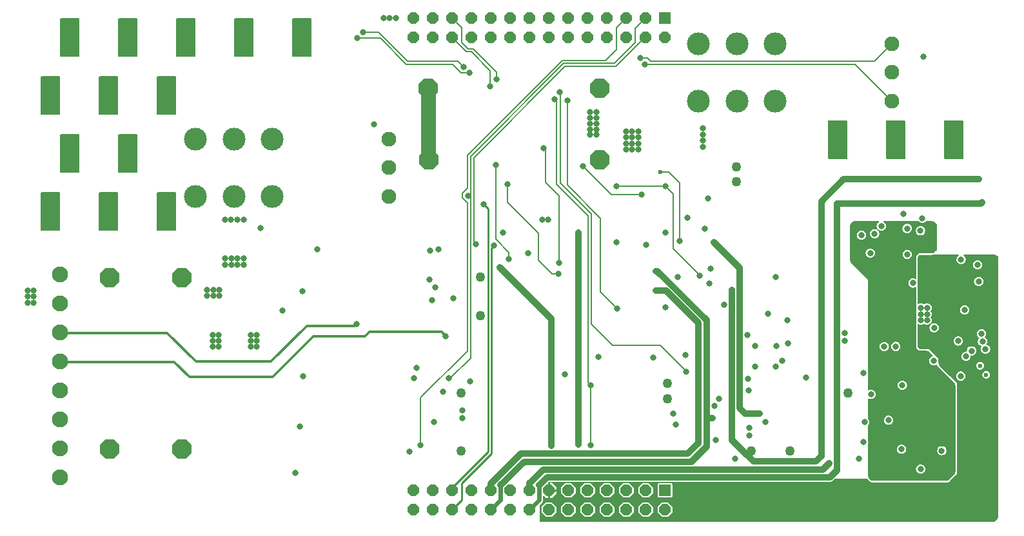
<source format=gbr>
%TF.GenerationSoftware,KiCad,Pcbnew,7.0.10-7.0.10~ubuntu22.04.1*%
%TF.CreationDate,2024-01-07T19:36:59+01:00*%
%TF.ProjectId,EEZ DIB AFE3,45455a20-4449-4422-9041-4645332e6b69,rev?*%
%TF.SameCoordinates,Original*%
%TF.FileFunction,Copper,L3,Inr*%
%TF.FilePolarity,Positive*%
%FSLAX46Y46*%
G04 Gerber Fmt 4.6, Leading zero omitted, Abs format (unit mm)*
G04 Created by KiCad (PCBNEW 7.0.10-7.0.10~ubuntu22.04.1) date 2024-01-07 19:36:59*
%MOMM*%
%LPD*%
G01*
G04 APERTURE LIST*
G04 Aperture macros list*
%AMOutline5P*
0 Free polygon, 5 corners , with rotation*
0 The origin of the aperture is its center*
0 number of corners: always 5*
0 $1 to $10 corner X, Y*
0 $11 Rotation angle, in degrees counterclockwise*
0 create outline with 5 corners*
4,1,5,$1,$2,$3,$4,$5,$6,$7,$8,$9,$10,$1,$2,$11*%
%AMOutline6P*
0 Free polygon, 6 corners , with rotation*
0 The origin of the aperture is its center*
0 number of corners: always 6*
0 $1 to $12 corner X, Y*
0 $13 Rotation angle, in degrees counterclockwise*
0 create outline with 6 corners*
4,1,6,$1,$2,$3,$4,$5,$6,$7,$8,$9,$10,$11,$12,$1,$2,$13*%
%AMOutline7P*
0 Free polygon, 7 corners , with rotation*
0 The origin of the aperture is its center*
0 number of corners: always 7*
0 $1 to $14 corner X, Y*
0 $15 Rotation angle, in degrees counterclockwise*
0 create outline with 7 corners*
4,1,7,$1,$2,$3,$4,$5,$6,$7,$8,$9,$10,$11,$12,$13,$14,$1,$2,$15*%
%AMOutline8P*
0 Free polygon, 8 corners , with rotation*
0 The origin of the aperture is its center*
0 number of corners: always 8*
0 $1 to $16 corner X, Y*
0 $17 Rotation angle, in degrees counterclockwise*
0 create outline with 8 corners*
4,1,8,$1,$2,$3,$4,$5,$6,$7,$8,$9,$10,$11,$12,$13,$14,$15,$16,$1,$2,$17*%
G04 Aperture macros list end*
%TA.AperFunction,ComponentPad*%
%ADD10C,1.270000*%
%TD*%
%TA.AperFunction,ComponentPad*%
%ADD11C,3.000000*%
%TD*%
%TA.AperFunction,ComponentPad*%
%ADD12C,1.950000*%
%TD*%
%TA.AperFunction,ComponentPad*%
%ADD13Outline8P,-1.270000X0.526051X-0.526051X1.270000X0.526051X1.270000X1.270000X0.526051X1.270000X-0.526051X0.526051X-1.270000X-0.526051X-1.270000X-1.270000X-0.526051X270.000000*%
%TD*%
%TA.AperFunction,ComponentPad*%
%ADD14C,2.100000*%
%TD*%
%TA.AperFunction,ComponentPad*%
%ADD15Outline8P,-1.270000X0.526051X-0.526051X1.270000X0.526051X1.270000X1.270000X0.526051X1.270000X-0.526051X0.526051X-1.270000X-0.526051X-1.270000X-1.270000X-0.526051X0.000000*%
%TD*%
%TA.AperFunction,ComponentPad*%
%ADD16Outline8P,-1.270000X0.526051X-0.526051X1.270000X0.526051X1.270000X1.270000X0.526051X1.270000X-0.526051X0.526051X-1.270000X-0.526051X-1.270000X-1.270000X-0.526051X180.000000*%
%TD*%
%TA.AperFunction,ComponentPad*%
%ADD17R,1.500000X1.500000*%
%TD*%
%TA.AperFunction,ComponentPad*%
%ADD18Outline8P,-0.750000X0.310660X-0.310660X0.750000X0.310660X0.750000X0.750000X0.310660X0.750000X-0.310660X0.310660X-0.750000X-0.310660X-0.750000X-0.750000X-0.310660X180.000000*%
%TD*%
%TA.AperFunction,ViaPad*%
%ADD19C,0.806400*%
%TD*%
%TA.AperFunction,ViaPad*%
%ADD20C,0.600000*%
%TD*%
%TA.AperFunction,Conductor*%
%ADD21C,0.203200*%
%TD*%
%TA.AperFunction,Conductor*%
%ADD22C,0.254000*%
%TD*%
%TA.AperFunction,Conductor*%
%ADD23C,0.609600*%
%TD*%
%TA.AperFunction,Conductor*%
%ADD24C,0.812800*%
%TD*%
%TA.AperFunction,Conductor*%
%ADD25C,0.304800*%
%TD*%
%TA.AperFunction,Conductor*%
%ADD26C,1.930400*%
%TD*%
G04 APERTURE END LIST*
D10*
%TO.N,GND*%
%TO.C,JP6*%
X178362100Y-92206700D03*
%TO.N,AIN4N*%
X178362100Y-94206700D03*
%TD*%
%TO.N,-2V5_ISO*%
%TO.C,TP2*%
X180340000Y-129540000D03*
%TD*%
%TO.N,+2V5_ISO*%
%TO.C,TP1*%
X193040000Y-121920000D03*
%TD*%
D11*
%TO.N,Net-(ISEL10A_1-Pad11)*%
%TO.C,ISEL10A_1*%
X112422300Y-96135800D03*
%TO.N,Net-(ISEL10A_1-Pad12)*%
X117462300Y-96135800D03*
%TO.N,Net-(ISEL10A_1-Pad14)*%
X107382300Y-96135800D03*
%TO.N,Net-(F1-Pad1)*%
X112422300Y-88575800D03*
%TO.N,Net-(ISEL10A_1-Pad22)*%
X117462300Y-88575800D03*
%TO.N,unconnected-(ISEL10A_1-Pad24)*%
X107382300Y-88575800D03*
D12*
%TO.N,/Isolated Ch#1\u002C Ch#2/ISEL_R2_OUT*%
X132752300Y-88575800D03*
%TO.N,/Isolated Ch#1\u002C Ch#2/ISEL_S2_OUT*%
X132752300Y-96135800D03*
%TO.N,+5V_ISO*%
X132752300Y-92355800D03*
%TD*%
D11*
%TO.N,Net-(F4-Pad1)*%
%TO.C,ISEL10A_2*%
X178475000Y-83600900D03*
%TO.N,Net-(ISEL10A_2-Pad12)*%
X183515000Y-83600900D03*
%TO.N,unconnected-(ISEL10A_2-Pad14)*%
X173435000Y-83600900D03*
%TO.N,Net-(F4-Pad1)*%
X178475000Y-76040900D03*
%TO.N,Net-(ISEL10A_2-Pad12)*%
X183515000Y-76040900D03*
%TO.N,unconnected-(ISEL10A_2-Pad24)*%
X173435000Y-76040900D03*
D12*
%TO.N,ISEL10A_R4_OUT*%
X198805000Y-76040900D03*
%TO.N,ISEL10A_S4_OUT*%
X198805000Y-83600900D03*
%TO.N,+5V_ISO*%
X198805000Y-79820900D03*
%TD*%
D10*
%TO.N,GND*%
%TO.C,JP5*%
X169357800Y-122705500D03*
%TO.N,IN3N*%
X169357800Y-120705500D03*
%TD*%
D13*
%TO.N,Net-(ISEL1A_1B-COM)*%
%TO.C,F3*%
X160465600Y-91313000D03*
%TO.N,AIN4P*%
X137965600Y-91313000D03*
%TD*%
D14*
%TO.N,AIN1P*%
%TO.C,X3*%
X89600000Y-133085000D03*
%TO.N,AIN1N*%
X89600000Y-129275000D03*
%TO.N,AIN2P*%
X89600000Y-125465000D03*
%TO.N,AIN2N*%
X89600000Y-121655000D03*
%TO.N,AIN3P*%
X89600000Y-117845000D03*
%TO.N,IN3N*%
X89600000Y-114035000D03*
%TO.N,AIN4P*%
X89600000Y-110225000D03*
%TO.N,AIN4N*%
X89600000Y-106415000D03*
%TD*%
D10*
%TO.N,GND*%
%TO.C,GND1*%
X185420000Y-129540000D03*
%TD*%
D15*
%TO.N,Net-(F1-Pad1)*%
%TO.C,F1*%
X96139000Y-106807000D03*
%TO.N,AIN2P*%
X96139000Y-129307000D03*
%TD*%
D13*
%TO.N,Net-(F4-Pad1)*%
%TO.C,F4*%
X160452900Y-81916400D03*
%TO.N,AIN4P*%
X137952900Y-81916400D03*
%TD*%
D16*
%TO.N,Net-(F1-Pad1)*%
%TO.C,F2*%
X105578400Y-129323300D03*
%TO.N,Net-(F2-Pad2)*%
X105578400Y-106823300D03*
%TD*%
D10*
%TO.N,IN1N*%
%TO.C,IN1N1*%
X142240000Y-129540000D03*
%TD*%
D17*
%TO.N,GND*%
%TO.C,X2*%
X169020000Y-72713600D03*
D18*
%TO.N,unconnected-(X2-Pin_2-Pad2)*%
X169020000Y-75253600D03*
%TO.N,/Isolated Ch#1\u002C Ch#2/DIAG#1*%
X166480000Y-72713600D03*
%TO.N,/Isolated Ch#1\u002C Ch#2/DIAG#2*%
X166480000Y-75253600D03*
%TO.N,/Isolated Ch#1\u002C Ch#2/USEL#1*%
X163940000Y-72713600D03*
%TO.N,/Isolated Ch#1\u002C Ch#2/ISEL_S#2*%
X163940000Y-75253600D03*
%TO.N,unconnected-(X2-Pin_7-Pad7)*%
X161400000Y-72713600D03*
%TO.N,/Isolated Ch#1\u002C Ch#2/ISEL_R#2*%
X161400000Y-75253600D03*
%TO.N,USEL100#3*%
X158860000Y-72713600D03*
%TO.N,unconnected-(X2-Pin_10-Pad10)*%
X158860000Y-75253600D03*
%TO.N,USEL1#3*%
X156320000Y-72713600D03*
%TO.N,unconnected-(X2-Pin_12-Pad12)*%
X156320000Y-75253600D03*
%TO.N,USEL20#3*%
X153780000Y-72713600D03*
%TO.N,unconnected-(X2-Pin_14-Pad14)*%
X153780000Y-75253600D03*
%TO.N,unconnected-(X2-Pin_15-Pad15)*%
X151240000Y-72713600D03*
%TO.N,/Isolated Ch#1\u002C Ch#2/ISEL_S#4*%
X151240000Y-75253600D03*
%TO.N,unconnected-(X2-Pin_17-Pad17)*%
X148700000Y-72713600D03*
%TO.N,/Isolated Ch#1\u002C Ch#2/ISEL_R#4*%
X148700000Y-75253600D03*
%TO.N,unconnected-(X2-Pin_19-Pad19)*%
X146160000Y-72713600D03*
%TO.N,/Isolated Ch#1\u002C Ch#2/ISEL10_S#4*%
X146160000Y-75253600D03*
%TO.N,unconnected-(X2-Pin_21-Pad21)*%
X143620000Y-72713600D03*
%TO.N,/Isolated Ch#1\u002C Ch#2/ISEL10_R#4*%
X143620000Y-75253600D03*
%TO.N,ISEL_LOW#4*%
X141080000Y-72713600D03*
%TO.N,ISEL_MID#4*%
X141080000Y-75253600D03*
%TO.N,unconnected-(X2-Pin_25-Pad25)*%
X138540000Y-72713600D03*
%TO.N,unconnected-(X2-Pin_26-Pad26)*%
X138540000Y-75253600D03*
%TO.N,GND*%
X136000000Y-72713600D03*
X136000000Y-75253600D03*
%TD*%
D10*
%TO.N,IN1P*%
%TO.C,IN1P1*%
X142240000Y-121920000D03*
%TD*%
%TO.N,IN2N*%
%TO.C,IN2N1*%
X144780000Y-106680000D03*
%TD*%
%TO.N,IN2P*%
%TO.C,IN2P1*%
X144780000Y-111760000D03*
%TD*%
D17*
%TO.N,GND*%
%TO.C,X1*%
X169020000Y-134753600D03*
D18*
X169020000Y-137293600D03*
%TO.N,ADC_MOSI*%
X166480000Y-134753600D03*
%TO.N,unconnected-(X1-Pin_4-Pad4)*%
X166480000Y-137293600D03*
%TO.N,~{ADC_CS}*%
X163940000Y-134753600D03*
%TO.N,ADC_SCK*%
X163940000Y-137293600D03*
%TO.N,~{ADC_DRDY}*%
X161400000Y-134753600D03*
%TO.N,ADC_MISO*%
X161400000Y-137293600D03*
%TO.N,~{RESET}*%
X158860000Y-134753600D03*
%TO.N,ADC_START*%
X158860000Y-137293600D03*
%TO.N,GND*%
X156320000Y-134753600D03*
X156320000Y-137293600D03*
%TO.N,+3V3_ISO*%
X153780000Y-134753600D03*
%TO.N,AFE_CLK*%
X153780000Y-137293600D03*
%TO.N,-5V_ISO*%
X151240000Y-134753600D03*
%TO.N,+5V_ISO*%
X151240000Y-137293600D03*
%TO.N,unconnected-(X1-Pin_17-Pad17)*%
X148700000Y-134753600D03*
%TO.N,unconnected-(X1-Pin_18-Pad18)*%
X148700000Y-137293600D03*
%TO.N,-15V_ISO*%
X146160000Y-134753600D03*
%TO.N,+15V_ISO*%
X146160000Y-137293600D03*
%TO.N,GND*%
X143620000Y-134753600D03*
X143620000Y-137293600D03*
%TO.N,Net-(X1-Pin_23)*%
X141080000Y-134753600D03*
%TO.N,Net-(X1-Pin_24)*%
X141080000Y-137293600D03*
%TO.N,Net-(X1-Pin_25)*%
X138540000Y-134753600D03*
%TO.N,Net-(X1-Pin_26)*%
X138540000Y-137293600D03*
%TO.N,GND*%
X136000000Y-134753600D03*
X136000000Y-137293600D03*
%TD*%
D19*
%TO.N,Net-(IC2-DCDC_HGND)*%
X121402600Y-108586400D03*
X123333000Y-103112700D03*
X118811800Y-111113700D03*
%TO.N,Net-(IC8-AVDD)*%
X203361101Y-102904099D03*
X198275700Y-102719000D03*
X198374000Y-123952000D03*
X196840600Y-119292500D03*
X200307700Y-107405300D03*
%TO.N,/Voltage/current  ADC/AVSS*%
X201577700Y-107506900D03*
X200803000Y-100331400D03*
X199317100Y-115838100D03*
X202809600Y-98997900D03*
X202565000Y-100647500D03*
X197805800Y-115850800D03*
X205359000Y-129540000D03*
X200815700Y-103747700D03*
X195964300Y-103569900D03*
X204308200Y-117730400D03*
X200180700Y-120930800D03*
X198374000Y-125539500D03*
%TO.N,Net-(IC8-VREFP)*%
X200320400Y-98426400D03*
X196065900Y-122150000D03*
%TO.N,Net-(D3-A)*%
X179886100Y-120067200D03*
X187569600Y-119965600D03*
%TO.N,Net-(IC6B-S)*%
X151082500Y-103620700D03*
X174641000Y-96419800D03*
X166551100Y-102503100D03*
X174272700Y-100382200D03*
X183543700Y-106719500D03*
%TO.N,Net-(D10-A)*%
X179873400Y-114377600D03*
X185207400Y-115469800D03*
%TO.N,Net-(F2-Pad2)*%
X112042700Y-99213800D03*
X113681000Y-99213800D03*
X112855500Y-99213800D03*
X111217200Y-99213800D03*
%TO.N,Net-(ISEL1A_1B-COM)*%
X153686000Y-99213800D03*
X152873200Y-99213800D03*
%TO.N,/Isolated Ch#1\u002C Ch#2/DIAG#1*%
X143183100Y-96013400D03*
X140652500Y-120015000D03*
X136045700Y-120016400D03*
%TO.N,/Isolated Ch#1\u002C Ch#2/ISEL_S2_OUT*%
X130851400Y-86653500D03*
%TO.N,/Isolated Ch#1\u002C Ch#2/DIAG#2*%
X144211800Y-102376100D03*
X138179300Y-103214300D03*
%TO.N,Net-(IC4A-S)*%
X170069000Y-124651900D03*
X160290000Y-117222400D03*
D20*
%TO.N,Net-(IC6C-D)*%
X168402000Y-92900500D03*
D19*
X170970700Y-101957000D03*
%TO.N,Net-(IC4B-S)*%
X167478200Y-117311300D03*
X175517300Y-123623200D03*
%TO.N,Net-(IC8-~{PWDN})*%
X207534000Y-115126900D03*
X207838800Y-119737000D03*
%TO.N,Net-(IC8-CLK)*%
X204346300Y-113387000D03*
X208359500Y-111037500D03*
%TO.N,Net-(X1-Pin_23)*%
X145164300Y-97118300D03*
%TO.N,/Isolated Ch#1\u002C Ch#2/USEL#1*%
X136947400Y-128804800D03*
%TO.N,Net-(X1-Pin_24)*%
X162652200Y-102147500D03*
X146576200Y-102592000D03*
%TO.N,GND*%
X139246100Y-103100000D03*
X180022500Y-121602500D03*
X169078400Y-110707300D03*
X175047400Y-105640000D03*
X195037200Y-119343300D03*
X202606400Y-110783500D03*
X210074000Y-105119300D03*
X203419200Y-112409100D03*
X185067700Y-112383700D03*
X132870700Y-72658100D03*
X170411900Y-126074300D03*
X207899000Y-104408100D03*
X138430000Y-109728000D03*
X203419200Y-110783500D03*
X194516500Y-130595500D03*
X182181500Y-125730000D03*
X135486900Y-129681100D03*
X202936600Y-77724000D03*
X155883100Y-119533800D03*
X202606400Y-111596300D03*
X141224000Y-109537500D03*
X202606400Y-112409100D03*
X178244500Y-130619500D03*
X195100700Y-128385700D03*
X196548500Y-101017200D03*
X203419200Y-111596300D03*
X136398000Y-118644800D03*
X210201000Y-107316400D03*
X194818000Y-101219000D03*
X133670800Y-72658100D03*
X138725400Y-125807600D03*
X176761900Y-110326300D03*
X132070600Y-72658100D03*
X174844200Y-107570400D03*
X202580996Y-131967104D03*
X197412100Y-100026600D03*
X200088500Y-129349500D03*
%TO.N,+15V_ISO*%
X175225200Y-125261500D03*
X167808400Y-105932100D03*
%TO.N,-15V_ISO*%
X167808400Y-108522900D03*
X173383700Y-125261500D03*
%TO.N,+3V3_ISO*%
X147320002Y-105410000D03*
X154105100Y-128893700D03*
X208461100Y-107303700D03*
X207800700Y-123902600D03*
X205400400Y-105309800D03*
X139893800Y-121756300D03*
%TO.N,+5V_ISO*%
X175707800Y-128106300D03*
X169078400Y-100915600D03*
X157661100Y-100915600D03*
X191570100Y-129135000D03*
X210645500Y-96901000D03*
X157661100Y-133021200D03*
X175707800Y-133021200D03*
X147780500Y-100915600D03*
X191570100Y-97105600D03*
X157661100Y-128703200D03*
%TO.N,+2V5_ISO*%
X195215000Y-125807600D03*
X175441100Y-102160200D03*
X181422800Y-124639200D03*
%TO.N,-2V5_ISO*%
X177790600Y-108383200D03*
X182565800Y-111558200D03*
X188801500Y-130976500D03*
X210239100Y-93879800D03*
%TO.N,-5V_ISO*%
X190554100Y-131217800D03*
%TO.N,IN1P*%
X180051200Y-126493400D03*
X142395700Y-124220100D03*
%TO.N,IN1N*%
X180063900Y-127509400D03*
X142383000Y-125236100D03*
%TO.N,IN2P*%
X192624200Y-115126900D03*
X138065000Y-107049700D03*
%TO.N,IN2N*%
X192636900Y-114098200D03*
X138814300Y-108040300D03*
%TO.N,IN3P*%
X180864000Y-118530500D03*
X176114200Y-122721500D03*
X183594500Y-118530500D03*
%TO.N,IN4N*%
X162664900Y-94768800D03*
X169040300Y-94768800D03*
X173561500Y-106554400D03*
%TO.N,ISEL10A_S4_OUT*%
X128603500Y-75350500D03*
X166373300Y-78779500D03*
X143348200Y-79846300D03*
%TO.N,ISEL10A_R4_OUT*%
X165751000Y-77954000D03*
X142573500Y-79135100D03*
X129403600Y-74537700D03*
%TO.N,ISEL_S4_OUT*%
X148313900Y-94565600D03*
X155044900Y-106325800D03*
%TO.N,ISEL_R4_OUT*%
X146789900Y-92000200D03*
X148517100Y-104330500D03*
%TO.N,IN4P*%
X180864000Y-115774600D03*
X170723050Y-106725850D03*
X183645300Y-115774600D03*
%TO.N,ISEL_MID#4*%
X146091400Y-81700500D03*
X158258000Y-92139900D03*
X171974000Y-98934400D03*
X165966900Y-95899100D03*
%TO.N,~{RESET}*%
X208550000Y-117146200D03*
D20*
%TO.N,~{ADC_CS}*%
X210390999Y-118379499D03*
%TO.N,ADC_MOSI*%
X211201000Y-119570500D03*
D19*
%TO.N,ADC_MISO*%
X210696300Y-115190400D03*
%TO.N,~{ADC_DRDY}*%
X210582000Y-114174400D03*
%TO.N,ADC_START*%
X209261200Y-116422300D03*
%TO.N,ADC_SCK*%
X211102700Y-116206400D03*
%TO.N,USEL1#3*%
X159299400Y-120968900D03*
X159299400Y-128804800D03*
X154511500Y-83351500D03*
%TO.N,USEL20#3*%
X171770800Y-119190900D03*
X155159200Y-82386300D03*
%TO.N,USEL100#3*%
X156187900Y-83529300D03*
X162715700Y-110859700D03*
%TO.N,ISEL_LOW#4*%
X153038300Y-89790400D03*
X155108400Y-104878000D03*
X146891500Y-80735300D03*
%TO.N,Net-(ISEL10A_1-Pad11)*%
X115903500Y-100280600D03*
%TO.N,Net-(ISEL10A_1-Pad22)*%
X110518700Y-109208700D03*
X110518700Y-108408600D03*
X109705900Y-108408600D03*
X109705900Y-109208700D03*
X112093500Y-105081200D03*
X111293400Y-104281100D03*
X112093500Y-104281100D03*
X108905800Y-109208700D03*
X111293400Y-105081200D03*
X112893600Y-104281100D03*
X112893600Y-105081200D03*
X113693700Y-104281100D03*
X113693700Y-105081200D03*
X108905800Y-108408600D03*
%TO.N,Net-(ISEL10A_2-Pad12)*%
X173990000Y-88799800D03*
X173990000Y-87174200D03*
X173990000Y-89612600D03*
X173990000Y-87987000D03*
%TO.N,AIN1N*%
X121088100Y-126369400D03*
X120488200Y-132487800D03*
X121466100Y-119724300D03*
%TO.N,AIN4N*%
X159997900Y-87313900D03*
X165484300Y-88355300D03*
X163884100Y-87567900D03*
X159197800Y-85802600D03*
X159997900Y-86539200D03*
X165484300Y-89155400D03*
X159197800Y-86551900D03*
X159197800Y-88050500D03*
X163884100Y-89168100D03*
X164684200Y-88355300D03*
X159997900Y-85053300D03*
X164684200Y-87567900D03*
X163884100Y-88368000D03*
X163884100Y-89955500D03*
X165484300Y-89955500D03*
X159997900Y-88050500D03*
X159197800Y-87301200D03*
X165484300Y-87567900D03*
X159997900Y-85802600D03*
X164684200Y-89955500D03*
X164684200Y-89155400D03*
X159197800Y-85053300D03*
%TO.N,AIN4P*%
X85309200Y-110097700D03*
X85309200Y-108472100D03*
X85309200Y-109284900D03*
X86122000Y-110097700D03*
X86122000Y-109284900D03*
X86122000Y-108472100D03*
%TO.N,AIN2N*%
X114608100Y-115076100D03*
X114608100Y-114314100D03*
X109617000Y-115888900D03*
X115370100Y-114314100D03*
X109617000Y-115088800D03*
X110417100Y-114301400D03*
X110417100Y-115888900D03*
X110417100Y-115088800D03*
X115370100Y-115838100D03*
X109617000Y-114301400D03*
X115370100Y-115076100D03*
X114608100Y-115838100D03*
%TO.N,IN3N*%
X171681900Y-116943000D03*
X143449800Y-120410100D03*
X128501900Y-112891700D03*
X184432700Y-117730400D03*
%TO.N,AIN3P*%
X140224000Y-114504600D03*
%TD*%
D21*
%TO.N,/Isolated Ch#1\u002C Ch#2/DIAG#1*%
X155692600Y-78652500D02*
X143487900Y-90857200D01*
X140652500Y-120015000D02*
X140843000Y-120015000D01*
X165141400Y-74053300D02*
X165141400Y-75883900D01*
X143487900Y-117370100D02*
X143487900Y-96013400D01*
X166481100Y-72713600D02*
X165141400Y-74053300D01*
X165141400Y-75883900D02*
X162372800Y-78652500D01*
X140843000Y-120015000D02*
X143487900Y-117370100D01*
X143487900Y-96013400D02*
X143487900Y-90857200D01*
X143183100Y-96013400D02*
X143487900Y-96013400D01*
X162372800Y-78652500D02*
X155692600Y-78652500D01*
%TO.N,/Isolated Ch#1\u002C Ch#2/DIAG#2*%
X144211800Y-102376100D02*
X143907000Y-102071300D01*
X166481100Y-75253600D02*
X166355900Y-75253600D01*
X162550600Y-79058900D02*
X155870400Y-79058900D01*
X143907000Y-91022300D02*
X155870400Y-79058900D01*
X166355900Y-75253600D02*
X162550600Y-79058900D01*
X143907000Y-102071300D02*
X143907000Y-91022300D01*
%TO.N,Net-(IC6C-D)*%
X168402000Y-92900500D02*
X169470700Y-92900500D01*
X168465500Y-92900500D02*
X168402000Y-92900500D01*
X170970700Y-94400500D02*
X170970700Y-101957000D01*
X169470700Y-92900500D02*
X170970700Y-94400500D01*
D22*
%TO.N,Net-(X1-Pin_23)*%
X145796000Y-129671700D02*
X141081100Y-134386600D01*
X141081100Y-134386600D02*
X141081100Y-134753600D01*
X145164300Y-97118300D02*
X145796000Y-97750000D01*
X145796000Y-97750000D02*
X145796000Y-129671700D01*
D21*
%TO.N,/Isolated Ch#1\u002C Ch#2/USEL#1*%
X155514800Y-78246100D02*
X143081500Y-90679400D01*
X142395700Y-95695900D02*
X142395700Y-96330900D01*
X143081500Y-97016700D02*
X143081500Y-116443000D01*
X162664900Y-76798300D02*
X161217100Y-78246100D01*
X163941100Y-72713600D02*
X162664900Y-73989800D01*
X136947400Y-122577100D02*
X136947400Y-128804800D01*
X143081500Y-95010100D02*
X142395700Y-95695900D01*
X142395700Y-96330900D02*
X143081500Y-97016700D01*
X161217100Y-78246100D02*
X155514800Y-78246100D01*
X143081500Y-116443000D02*
X136947400Y-122577100D01*
X143081500Y-90679400D02*
X143081500Y-95010100D01*
X162664900Y-73989800D02*
X162664900Y-76798300D01*
D22*
%TO.N,Net-(X1-Pin_24)*%
X146253200Y-129900300D02*
X146253200Y-102915000D01*
X141081100Y-137293600D02*
X142357600Y-136017100D01*
X146253200Y-102915000D02*
X146576200Y-102592000D01*
X142357600Y-133795900D02*
X146253200Y-129900300D01*
X142357600Y-136017100D02*
X142357600Y-133795900D01*
D23*
%TO.N,+15V_ISO*%
X147424900Y-136029800D02*
X147424900Y-134100700D01*
D24*
X167998900Y-105932100D02*
X174463200Y-112396400D01*
X174463200Y-128995300D02*
X172469300Y-130989200D01*
X174463200Y-125210700D02*
X174463200Y-112396400D01*
X174463200Y-125210700D02*
X174463200Y-128995300D01*
X147424900Y-134100700D02*
X150536400Y-130989200D01*
X174514000Y-125261500D02*
X174463200Y-125210700D01*
X150536400Y-130989200D02*
X172469300Y-130989200D01*
X175225200Y-125261500D02*
X174514000Y-125261500D01*
X167998900Y-105932100D02*
X167808400Y-105932100D01*
D23*
X146161100Y-137293600D02*
X147424900Y-136029800D01*
D24*
%TO.N,-15V_ISO*%
X150117300Y-129960500D02*
X171948600Y-129960500D01*
X146161100Y-133916700D02*
X150117300Y-129960500D01*
X173383700Y-112764700D02*
X169141900Y-108522900D01*
X169141900Y-108522900D02*
X167808400Y-108522900D01*
X173383700Y-128525400D02*
X171948600Y-129960500D01*
X173383700Y-125261500D02*
X173383700Y-128525400D01*
X173383700Y-125261500D02*
X173383700Y-112764700D01*
X146161100Y-134753600D02*
X146161100Y-133916700D01*
%TO.N,+3V3_ISO*%
X154105100Y-112195100D02*
X147320002Y-105410000D01*
X154105100Y-128893700D02*
X154105100Y-112195100D01*
%TO.N,+5V_ISO*%
X191570100Y-97105600D02*
X210440900Y-97105600D01*
D23*
X152517600Y-136017100D02*
X152517600Y-134100700D01*
D24*
X191570100Y-132081400D02*
X190630300Y-133021200D01*
X191570100Y-132081400D02*
X191570100Y-129135000D01*
X191570100Y-97105600D02*
X191570100Y-129135000D01*
X157661100Y-133021200D02*
X175707800Y-133021200D01*
X152517600Y-134057900D02*
X153554300Y-133021200D01*
X157661100Y-128703200D02*
X157661100Y-100915600D01*
X153554300Y-133021200D02*
X157661100Y-133021200D01*
D23*
X151241100Y-137293600D02*
X152517600Y-136017100D01*
D24*
X190630300Y-133021200D02*
X175707800Y-133021200D01*
X210440900Y-97105600D02*
X210645500Y-96901000D01*
%TO.N,+2V5_ISO*%
X178806600Y-123940700D02*
X179505100Y-124639200D01*
X178806600Y-105525700D02*
X178806600Y-123940700D01*
X178806600Y-105525700D02*
X175441100Y-102160200D01*
X179505100Y-124639200D02*
X181422800Y-124639200D01*
D25*
%TO.N,-2V5_ISO*%
X180340000Y-129540000D02*
X179775800Y-130104200D01*
D24*
X192471800Y-93879800D02*
X189550800Y-96800800D01*
X188801500Y-130976500D02*
X180648100Y-130976500D01*
X210239100Y-93879800D02*
X192471800Y-93879800D01*
X177790600Y-128119000D02*
X179775800Y-130104200D01*
X179775800Y-130104200D02*
X180648100Y-130976500D01*
X177790600Y-108383200D02*
X177790600Y-128119000D01*
X189550800Y-96800800D02*
X189550800Y-130227200D01*
X189550800Y-130227200D02*
X188801500Y-130976500D01*
%TO.N,-5V_ISO*%
X153080400Y-132005200D02*
X189766700Y-132005200D01*
X151241100Y-133844500D02*
X153080400Y-132005200D01*
X151241100Y-134753600D02*
X151241100Y-133844500D01*
X189766700Y-132005200D02*
X190554100Y-131217800D01*
D21*
%TO.N,IN4N*%
X170081700Y-95810200D02*
X169040300Y-94768800D01*
X173561500Y-106503600D02*
X170081700Y-103023800D01*
X169040300Y-94768800D02*
X162664900Y-94768800D01*
X170081700Y-103023800D02*
X170081700Y-95810200D01*
X173561500Y-106554400D02*
X173561500Y-106503600D01*
%TO.N,ISEL10A_S4_OUT*%
X128603500Y-75350500D02*
X131638800Y-75350500D01*
X135055100Y-78766800D02*
X141176500Y-78766800D01*
X141176500Y-78766800D02*
X142256000Y-79846300D01*
X193966900Y-78779500D02*
X198758300Y-83570900D01*
X166373300Y-78779500D02*
X193966900Y-78779500D01*
X142256000Y-79846300D02*
X143348200Y-79846300D01*
X131638800Y-75350500D02*
X135055100Y-78766800D01*
%TO.N,ISEL10A_R4_OUT*%
X129403600Y-74537700D02*
X131410200Y-74537700D01*
X196481500Y-78347700D02*
X198758300Y-76070900D01*
X135232900Y-78360400D02*
X141798800Y-78360400D01*
X131410200Y-74537700D02*
X135232900Y-78360400D01*
X141798800Y-78360400D02*
X142573500Y-79135100D01*
X167109900Y-78347700D02*
X196481500Y-78347700D01*
X166716200Y-77954000D02*
X167109900Y-78347700D01*
X165751000Y-77954000D02*
X166716200Y-77954000D01*
%TO.N,ISEL_S4_OUT*%
X152416000Y-100991800D02*
X148313900Y-96889700D01*
X155044900Y-106325800D02*
X154206700Y-106325800D01*
X154206700Y-106325800D02*
X152416000Y-104535100D01*
X152416000Y-104535100D02*
X152416000Y-100991800D01*
X148313900Y-94565600D02*
X148313900Y-96889700D01*
%TO.N,ISEL_R4_OUT*%
X148517100Y-103465451D02*
X148517100Y-104330500D01*
X146789900Y-92000200D02*
X146789900Y-101738251D01*
X146789900Y-101738251D02*
X148517100Y-103465451D01*
%TO.N,ISEL_MID#4*%
X146091400Y-79599600D02*
X146091400Y-81700500D01*
X158258000Y-92139900D02*
X158258000Y-92152600D01*
X143620300Y-77128500D02*
X146091400Y-79599600D01*
X142956000Y-77128500D02*
X143620300Y-77128500D01*
X158258000Y-92152600D02*
X162004500Y-95899100D01*
X162004500Y-95899100D02*
X165966900Y-95899100D01*
X141081100Y-75253600D02*
X142956000Y-77128500D01*
%TO.N,USEL1#3*%
X158893000Y-120613300D02*
X158893000Y-98655000D01*
X159248600Y-120968900D02*
X158893000Y-120613300D01*
X158893000Y-98655000D02*
X154803600Y-94565600D01*
X154803600Y-83643600D02*
X154511500Y-83351500D01*
X154803600Y-94565600D02*
X154803600Y-83643600D01*
X159299400Y-120968900D02*
X159299400Y-128804800D01*
X159299400Y-120968900D02*
X159248600Y-120968900D01*
%TO.N,USEL20#3*%
X159350200Y-98464500D02*
X159350200Y-112879000D01*
X159350200Y-112879000D02*
X162144200Y-115673000D01*
X155260800Y-82487900D02*
X155260800Y-94375100D01*
X168367200Y-115673000D02*
X171770800Y-119076600D01*
X168367200Y-115673000D02*
X162144200Y-115673000D01*
X155260800Y-94375100D02*
X159350200Y-98464500D01*
X171770800Y-119076600D02*
X171770800Y-119190900D01*
X155159200Y-82386300D02*
X155260800Y-82487900D01*
%TO.N,USEL100#3*%
X160556700Y-108700700D02*
X160556700Y-99010600D01*
X162715700Y-110859700D02*
X160556700Y-108700700D01*
X160556700Y-99010600D02*
X156187900Y-94641800D01*
X156187900Y-83529300D02*
X156187900Y-94641800D01*
%TO.N,ISEL_LOW#4*%
X153343100Y-90095200D02*
X153038300Y-89790400D01*
X142357600Y-73990100D02*
X142357600Y-75909300D01*
X155108400Y-96064200D02*
X153343100Y-94298900D01*
X153343100Y-94298900D02*
X153343100Y-90095200D01*
X155108400Y-104878000D02*
X155108400Y-96064200D01*
X141081100Y-72713600D02*
X142357600Y-73990100D01*
X143856200Y-76722100D02*
X146891500Y-79757400D01*
X142357600Y-75909300D02*
X143170400Y-76722100D01*
X143170400Y-76722100D02*
X143856200Y-76722100D01*
X146891500Y-80735300D02*
X146891500Y-79757400D01*
D26*
%TO.N,AIN4P*%
X137952900Y-81916400D02*
X137952900Y-91187400D01*
X137952900Y-91187400D02*
X137965600Y-91200100D01*
D25*
%TO.N,IN3N*%
X128260600Y-113133000D02*
X128501900Y-112891700D01*
X103648000Y-114047400D02*
X107407200Y-117806600D01*
X121974100Y-113133000D02*
X128260600Y-113133000D01*
X107407200Y-117806600D02*
X117300500Y-117806600D01*
X117300500Y-117806600D02*
X121974100Y-113133000D01*
X89609900Y-114047400D02*
X103648000Y-114047400D01*
%TO.N,AIN3P*%
X139665200Y-113945800D02*
X140224000Y-114504600D01*
X117491000Y-119825900D02*
X122825000Y-114491900D01*
X104600500Y-117857400D02*
X106569000Y-119825900D01*
X106569000Y-119825900D02*
X117491000Y-119825900D01*
X89609900Y-117857400D02*
X104600500Y-117857400D01*
X122825000Y-114491900D02*
X129644900Y-114491900D01*
X129644900Y-114491900D02*
X130191000Y-113945800D01*
X130191000Y-113945800D02*
X139665200Y-113945800D01*
%TD*%
%TA.AperFunction,Conductor*%
%TO.N,GND*%
G36*
X104772139Y-80361285D02*
G01*
X104817894Y-80414089D01*
X104829100Y-80465600D01*
X104829100Y-85297600D01*
X104809415Y-85364639D01*
X104756611Y-85410394D01*
X104705100Y-85421600D01*
X102413100Y-85421600D01*
X102346061Y-85401915D01*
X102300306Y-85349111D01*
X102289100Y-85297600D01*
X102289100Y-80465600D01*
X102308785Y-80398561D01*
X102361589Y-80352806D01*
X102413100Y-80341600D01*
X104705100Y-80341600D01*
X104772139Y-80361285D01*
G37*
%TD.AperFunction*%
%TD*%
%TA.AperFunction,Conductor*%
%TO.N,GND*%
G36*
X104772139Y-95601285D02*
G01*
X104817894Y-95654089D01*
X104829100Y-95705600D01*
X104829100Y-100537600D01*
X104809415Y-100604639D01*
X104756611Y-100650394D01*
X104705100Y-100661600D01*
X102413100Y-100661600D01*
X102346061Y-100641915D01*
X102300306Y-100589111D01*
X102289100Y-100537600D01*
X102289100Y-95705600D01*
X102308785Y-95638561D01*
X102361589Y-95592806D01*
X102413100Y-95581600D01*
X104705100Y-95581600D01*
X104772139Y-95601285D01*
G37*
%TD.AperFunction*%
%TD*%
%TA.AperFunction,Conductor*%
%TO.N,GND*%
G36*
X114932139Y-72741285D02*
G01*
X114977894Y-72794089D01*
X114989100Y-72845600D01*
X114989100Y-77677600D01*
X114969415Y-77744639D01*
X114916611Y-77790394D01*
X114865100Y-77801600D01*
X112573100Y-77801600D01*
X112506061Y-77781915D01*
X112460306Y-77729111D01*
X112449100Y-77677600D01*
X112449100Y-72845600D01*
X112468785Y-72778561D01*
X112521589Y-72732806D01*
X112573100Y-72721600D01*
X114865100Y-72721600D01*
X114932139Y-72741285D01*
G37*
%TD.AperFunction*%
%TD*%
%TA.AperFunction,Conductor*%
%TO.N,GND*%
G36*
X89532139Y-80361285D02*
G01*
X89577894Y-80414089D01*
X89589100Y-80465600D01*
X89589100Y-85297600D01*
X89569415Y-85364639D01*
X89516611Y-85410394D01*
X89465100Y-85421600D01*
X87173100Y-85421600D01*
X87106061Y-85401915D01*
X87060306Y-85349111D01*
X87049100Y-85297600D01*
X87049100Y-80465600D01*
X87068785Y-80398561D01*
X87121589Y-80352806D01*
X87173100Y-80341600D01*
X89465100Y-80341600D01*
X89532139Y-80361285D01*
G37*
%TD.AperFunction*%
%TD*%
%TA.AperFunction,Conductor*%
%TO.N,GND*%
G36*
X99692139Y-87981285D02*
G01*
X99737894Y-88034089D01*
X99749100Y-88085600D01*
X99749100Y-92917600D01*
X99729415Y-92984639D01*
X99676611Y-93030394D01*
X99625100Y-93041600D01*
X97333100Y-93041600D01*
X97266061Y-93021915D01*
X97220306Y-92969111D01*
X97209100Y-92917600D01*
X97209100Y-88085600D01*
X97228785Y-88018561D01*
X97281589Y-87972806D01*
X97333100Y-87961600D01*
X99625100Y-87961600D01*
X99692139Y-87981285D01*
G37*
%TD.AperFunction*%
%TD*%
%TA.AperFunction,Conductor*%
%TO.N,GND*%
G36*
X200530139Y-86139785D02*
G01*
X200575894Y-86192589D01*
X200587100Y-86244100D01*
X200587100Y-91076100D01*
X200567415Y-91143139D01*
X200514611Y-91188894D01*
X200463100Y-91200100D01*
X198171100Y-91200100D01*
X198104061Y-91180415D01*
X198058306Y-91127611D01*
X198047100Y-91076100D01*
X198047100Y-86244100D01*
X198066785Y-86177061D01*
X198119589Y-86131306D01*
X198171100Y-86120100D01*
X200463100Y-86120100D01*
X200530139Y-86139785D01*
G37*
%TD.AperFunction*%
%TD*%
%TA.AperFunction,Conductor*%
%TO.N,GND*%
G36*
X208150139Y-86139785D02*
G01*
X208195894Y-86192589D01*
X208207100Y-86244100D01*
X208207100Y-91076100D01*
X208187415Y-91143139D01*
X208134611Y-91188894D01*
X208083100Y-91200100D01*
X205791100Y-91200100D01*
X205724061Y-91180415D01*
X205678306Y-91127611D01*
X205667100Y-91076100D01*
X205667100Y-86244100D01*
X205686785Y-86177061D01*
X205739589Y-86131306D01*
X205791100Y-86120100D01*
X208083100Y-86120100D01*
X208150139Y-86139785D01*
G37*
%TD.AperFunction*%
%TD*%
%TA.AperFunction,Conductor*%
%TO.N,GND*%
G36*
X97152139Y-80361285D02*
G01*
X97197894Y-80414089D01*
X97209100Y-80465600D01*
X97209100Y-85297600D01*
X97189415Y-85364639D01*
X97136611Y-85410394D01*
X97085100Y-85421600D01*
X94793100Y-85421600D01*
X94726061Y-85401915D01*
X94680306Y-85349111D01*
X94669100Y-85297600D01*
X94669100Y-80465600D01*
X94688785Y-80398561D01*
X94741589Y-80352806D01*
X94793100Y-80341600D01*
X97085100Y-80341600D01*
X97152139Y-80361285D01*
G37*
%TD.AperFunction*%
%TD*%
%TA.AperFunction,Conductor*%
%TO.N,GND*%
G36*
X192910139Y-86139785D02*
G01*
X192955894Y-86192589D01*
X192967100Y-86244100D01*
X192967100Y-91076100D01*
X192947415Y-91143139D01*
X192894611Y-91188894D01*
X192843100Y-91200100D01*
X190551100Y-91200100D01*
X190484061Y-91180415D01*
X190438306Y-91127611D01*
X190427100Y-91076100D01*
X190427100Y-86244100D01*
X190446785Y-86177061D01*
X190499589Y-86131306D01*
X190551100Y-86120100D01*
X192843100Y-86120100D01*
X192910139Y-86139785D01*
G37*
%TD.AperFunction*%
%TD*%
%TA.AperFunction,Conductor*%
%TO.N,GND*%
G36*
X97152139Y-95601285D02*
G01*
X97197894Y-95654089D01*
X97209100Y-95705600D01*
X97209100Y-100537600D01*
X97189415Y-100604639D01*
X97136611Y-100650394D01*
X97085100Y-100661600D01*
X94793100Y-100661600D01*
X94726061Y-100641915D01*
X94680306Y-100589111D01*
X94669100Y-100537600D01*
X94669100Y-95705600D01*
X94688785Y-95638561D01*
X94741589Y-95592806D01*
X94793100Y-95581600D01*
X97085100Y-95581600D01*
X97152139Y-95601285D01*
G37*
%TD.AperFunction*%
%TD*%
%TA.AperFunction,Conductor*%
%TO.N,GND*%
G36*
X107312139Y-72741285D02*
G01*
X107357894Y-72794089D01*
X107369100Y-72845600D01*
X107369100Y-77677600D01*
X107349415Y-77744639D01*
X107296611Y-77790394D01*
X107245100Y-77801600D01*
X104953100Y-77801600D01*
X104886061Y-77781915D01*
X104840306Y-77729111D01*
X104829100Y-77677600D01*
X104829100Y-72845600D01*
X104848785Y-72778561D01*
X104901589Y-72732806D01*
X104953100Y-72721600D01*
X107245100Y-72721600D01*
X107312139Y-72741285D01*
G37*
%TD.AperFunction*%
%TD*%
%TA.AperFunction,Conductor*%
%TO.N,GND*%
G36*
X92072139Y-72741285D02*
G01*
X92117894Y-72794089D01*
X92129100Y-72845600D01*
X92129100Y-77677600D01*
X92109415Y-77744639D01*
X92056611Y-77790394D01*
X92005100Y-77801600D01*
X89713100Y-77801600D01*
X89646061Y-77781915D01*
X89600306Y-77729111D01*
X89589100Y-77677600D01*
X89589100Y-72845600D01*
X89608785Y-72778561D01*
X89661589Y-72732806D01*
X89713100Y-72721600D01*
X92005100Y-72721600D01*
X92072139Y-72741285D01*
G37*
%TD.AperFunction*%
%TD*%
%TA.AperFunction,Conductor*%
%TO.N,GND*%
G36*
X99692139Y-72741285D02*
G01*
X99737894Y-72794089D01*
X99749100Y-72845600D01*
X99749100Y-77677600D01*
X99729415Y-77744639D01*
X99676611Y-77790394D01*
X99625100Y-77801600D01*
X97333100Y-77801600D01*
X97266061Y-77781915D01*
X97220306Y-77729111D01*
X97209100Y-77677600D01*
X97209100Y-72845600D01*
X97228785Y-72778561D01*
X97281589Y-72732806D01*
X97333100Y-72721600D01*
X99625100Y-72721600D01*
X99692139Y-72741285D01*
G37*
%TD.AperFunction*%
%TD*%
%TA.AperFunction,Conductor*%
%TO.N,GND*%
G36*
X89532139Y-95601285D02*
G01*
X89577894Y-95654089D01*
X89589100Y-95705600D01*
X89589100Y-100537600D01*
X89569415Y-100604639D01*
X89516611Y-100650394D01*
X89465100Y-100661600D01*
X87173100Y-100661600D01*
X87106061Y-100641915D01*
X87060306Y-100589111D01*
X87049100Y-100537600D01*
X87049100Y-95705600D01*
X87068785Y-95638561D01*
X87121589Y-95592806D01*
X87173100Y-95581600D01*
X89465100Y-95581600D01*
X89532139Y-95601285D01*
G37*
%TD.AperFunction*%
%TD*%
%TA.AperFunction,Conductor*%
%TO.N,+3V3_ISO*%
G36*
X207585012Y-103813086D02*
G01*
X207599598Y-103848300D01*
X207585012Y-103883514D01*
X207580114Y-103887809D01*
X207466155Y-103975252D01*
X207466152Y-103975255D01*
X207368874Y-104102030D01*
X207307722Y-104249665D01*
X207307720Y-104249671D01*
X207286863Y-104408100D01*
X207302650Y-104528020D01*
X207307721Y-104566533D01*
X207335371Y-104633286D01*
X207368874Y-104714170D01*
X207466152Y-104840944D01*
X207466155Y-104840947D01*
X207592929Y-104938225D01*
X207592930Y-104938225D01*
X207592931Y-104938226D01*
X207740567Y-104999379D01*
X207899000Y-105020237D01*
X208057433Y-104999379D01*
X208205069Y-104938226D01*
X208331846Y-104840946D01*
X208429126Y-104714169D01*
X208490279Y-104566533D01*
X208511137Y-104408100D01*
X208490279Y-104249667D01*
X208429126Y-104102032D01*
X208429125Y-104102031D01*
X208429125Y-104102030D01*
X208331847Y-103975255D01*
X208331844Y-103975252D01*
X208217887Y-103887809D01*
X208198829Y-103854800D01*
X208208694Y-103817984D01*
X208241703Y-103798926D01*
X208248203Y-103798500D01*
X212290436Y-103798500D01*
X212296935Y-103798925D01*
X212418683Y-103814954D01*
X212431236Y-103818318D01*
X212541642Y-103864050D01*
X212552899Y-103870548D01*
X212577585Y-103889491D01*
X212647708Y-103943298D01*
X212656901Y-103952491D01*
X212729650Y-104047299D01*
X212736150Y-104058558D01*
X212781880Y-104168961D01*
X212785245Y-104181517D01*
X212801274Y-104303263D01*
X212801700Y-104309764D01*
X212801700Y-138081999D01*
X212801274Y-138088500D01*
X212785245Y-138210246D01*
X212781880Y-138222802D01*
X212736150Y-138333205D01*
X212729650Y-138344464D01*
X212654898Y-138441882D01*
X212650603Y-138446780D01*
X212321780Y-138775603D01*
X212316882Y-138779898D01*
X212219464Y-138854650D01*
X212208205Y-138861150D01*
X212097802Y-138906880D01*
X212085246Y-138910245D01*
X211994283Y-138922221D01*
X211963498Y-138926274D01*
X211957000Y-138926700D01*
X152757905Y-138926700D01*
X152748190Y-138925743D01*
X152730417Y-138922207D01*
X152682352Y-138912647D01*
X152664401Y-138905211D01*
X152612744Y-138870695D01*
X152599004Y-138856955D01*
X152564488Y-138805298D01*
X152557052Y-138787346D01*
X152543957Y-138721510D01*
X152543000Y-138711795D01*
X152543000Y-137624325D01*
X152826299Y-137624325D01*
X152838118Y-137683740D01*
X152871771Y-137734107D01*
X152871773Y-137734109D01*
X153339491Y-138201826D01*
X153339494Y-138201829D01*
X153389858Y-138235481D01*
X153389860Y-138235482D01*
X153449275Y-138247300D01*
X154110725Y-138247301D01*
X154170140Y-138235482D01*
X154208087Y-138210125D01*
X154220507Y-138201828D01*
X154220507Y-138201827D01*
X154220511Y-138201825D01*
X154688226Y-137734109D01*
X154721882Y-137683740D01*
X154733700Y-137624325D01*
X155366299Y-137624325D01*
X155378118Y-137683740D01*
X155411771Y-137734107D01*
X155411773Y-137734109D01*
X155879491Y-138201826D01*
X155879494Y-138201829D01*
X155929858Y-138235481D01*
X155929860Y-138235482D01*
X155989275Y-138247300D01*
X156650725Y-138247301D01*
X156710140Y-138235482D01*
X156748087Y-138210125D01*
X156760507Y-138201828D01*
X156760507Y-138201827D01*
X156760511Y-138201825D01*
X157228226Y-137734109D01*
X157261882Y-137683740D01*
X157273700Y-137624325D01*
X157906299Y-137624325D01*
X157918118Y-137683740D01*
X157951771Y-137734107D01*
X157951773Y-137734109D01*
X158419491Y-138201826D01*
X158419494Y-138201829D01*
X158469858Y-138235481D01*
X158469860Y-138235482D01*
X158529275Y-138247300D01*
X159190725Y-138247301D01*
X159250140Y-138235482D01*
X159288087Y-138210125D01*
X159300507Y-138201828D01*
X159300507Y-138201827D01*
X159300511Y-138201825D01*
X159768226Y-137734109D01*
X159801882Y-137683740D01*
X159813700Y-137624325D01*
X160446299Y-137624325D01*
X160458118Y-137683740D01*
X160491771Y-137734107D01*
X160491773Y-137734109D01*
X160959491Y-138201826D01*
X160959494Y-138201829D01*
X161009858Y-138235481D01*
X161009860Y-138235482D01*
X161069275Y-138247300D01*
X161730725Y-138247301D01*
X161790140Y-138235482D01*
X161828087Y-138210125D01*
X161840507Y-138201828D01*
X161840507Y-138201827D01*
X161840511Y-138201825D01*
X162308226Y-137734109D01*
X162341882Y-137683740D01*
X162353700Y-137624325D01*
X162986299Y-137624325D01*
X162998118Y-137683740D01*
X163031771Y-137734107D01*
X163031773Y-137734109D01*
X163499491Y-138201826D01*
X163499494Y-138201829D01*
X163549858Y-138235481D01*
X163549860Y-138235482D01*
X163609275Y-138247300D01*
X164270725Y-138247301D01*
X164330140Y-138235482D01*
X164368087Y-138210125D01*
X164380507Y-138201828D01*
X164380507Y-138201827D01*
X164380511Y-138201825D01*
X164848226Y-137734109D01*
X164881882Y-137683740D01*
X164893700Y-137624325D01*
X165526299Y-137624325D01*
X165538118Y-137683740D01*
X165571771Y-137734107D01*
X165571773Y-137734109D01*
X166039491Y-138201826D01*
X166039494Y-138201829D01*
X166089858Y-138235481D01*
X166089860Y-138235482D01*
X166149275Y-138247300D01*
X166810725Y-138247301D01*
X166870140Y-138235482D01*
X166908087Y-138210125D01*
X166920507Y-138201828D01*
X166920507Y-138201827D01*
X166920511Y-138201825D01*
X167388226Y-137734109D01*
X167421882Y-137683740D01*
X167433700Y-137624325D01*
X168066299Y-137624325D01*
X168078118Y-137683740D01*
X168111771Y-137734107D01*
X168111773Y-137734109D01*
X168579491Y-138201826D01*
X168579494Y-138201829D01*
X168629858Y-138235481D01*
X168629860Y-138235482D01*
X168689275Y-138247300D01*
X169350725Y-138247301D01*
X169410140Y-138235482D01*
X169448087Y-138210125D01*
X169460507Y-138201828D01*
X169460507Y-138201827D01*
X169460511Y-138201825D01*
X169928226Y-137734109D01*
X169961882Y-137683740D01*
X169973700Y-137624325D01*
X169973701Y-136962875D01*
X169961882Y-136903460D01*
X169953467Y-136890867D01*
X169928228Y-136853092D01*
X169928226Y-136853090D01*
X169460508Y-136385373D01*
X169460505Y-136385370D01*
X169410141Y-136351718D01*
X169410139Y-136351717D01*
X169350727Y-136339900D01*
X169350720Y-136339899D01*
X168689274Y-136339899D01*
X168629859Y-136351718D01*
X168579492Y-136385371D01*
X168579490Y-136385373D01*
X168111773Y-136853091D01*
X168111770Y-136853094D01*
X168078118Y-136903458D01*
X168078117Y-136903460D01*
X168066300Y-136962872D01*
X168066299Y-136962879D01*
X168066299Y-137624325D01*
X167433700Y-137624325D01*
X167433701Y-136962875D01*
X167421882Y-136903460D01*
X167413467Y-136890867D01*
X167388228Y-136853092D01*
X167388226Y-136853090D01*
X166920508Y-136385373D01*
X166920505Y-136385370D01*
X166870141Y-136351718D01*
X166870139Y-136351717D01*
X166810727Y-136339900D01*
X166810720Y-136339899D01*
X166149274Y-136339899D01*
X166089859Y-136351718D01*
X166039492Y-136385371D01*
X166039490Y-136385373D01*
X165571773Y-136853091D01*
X165571770Y-136853094D01*
X165538118Y-136903458D01*
X165538117Y-136903460D01*
X165526300Y-136962872D01*
X165526299Y-136962879D01*
X165526299Y-137624325D01*
X164893700Y-137624325D01*
X164893701Y-136962875D01*
X164881882Y-136903460D01*
X164873467Y-136890867D01*
X164848228Y-136853092D01*
X164848226Y-136853090D01*
X164380508Y-136385373D01*
X164380505Y-136385370D01*
X164330141Y-136351718D01*
X164330139Y-136351717D01*
X164270727Y-136339900D01*
X164270720Y-136339899D01*
X163609274Y-136339899D01*
X163549859Y-136351718D01*
X163499492Y-136385371D01*
X163499490Y-136385373D01*
X163031773Y-136853091D01*
X163031770Y-136853094D01*
X162998118Y-136903458D01*
X162998117Y-136903460D01*
X162986300Y-136962872D01*
X162986299Y-136962879D01*
X162986299Y-137624325D01*
X162353700Y-137624325D01*
X162353701Y-136962875D01*
X162341882Y-136903460D01*
X162333467Y-136890867D01*
X162308228Y-136853092D01*
X162308226Y-136853090D01*
X161840508Y-136385373D01*
X161840505Y-136385370D01*
X161790141Y-136351718D01*
X161790139Y-136351717D01*
X161730727Y-136339900D01*
X161730720Y-136339899D01*
X161069274Y-136339899D01*
X161009859Y-136351718D01*
X160959492Y-136385371D01*
X160959490Y-136385373D01*
X160491773Y-136853091D01*
X160491770Y-136853094D01*
X160458118Y-136903458D01*
X160458117Y-136903460D01*
X160446300Y-136962872D01*
X160446299Y-136962879D01*
X160446299Y-137624325D01*
X159813700Y-137624325D01*
X159813701Y-136962875D01*
X159801882Y-136903460D01*
X159793467Y-136890867D01*
X159768228Y-136853092D01*
X159768226Y-136853090D01*
X159300508Y-136385373D01*
X159300505Y-136385370D01*
X159250141Y-136351718D01*
X159250139Y-136351717D01*
X159190727Y-136339900D01*
X159190720Y-136339899D01*
X158529274Y-136339899D01*
X158469859Y-136351718D01*
X158419492Y-136385371D01*
X158419490Y-136385373D01*
X157951773Y-136853091D01*
X157951770Y-136853094D01*
X157918118Y-136903458D01*
X157918117Y-136903460D01*
X157906300Y-136962872D01*
X157906299Y-136962879D01*
X157906299Y-137624325D01*
X157273700Y-137624325D01*
X157273701Y-136962875D01*
X157261882Y-136903460D01*
X157253467Y-136890867D01*
X157228228Y-136853092D01*
X157228226Y-136853090D01*
X156760508Y-136385373D01*
X156760505Y-136385370D01*
X156710141Y-136351718D01*
X156710139Y-136351717D01*
X156650727Y-136339900D01*
X156650720Y-136339899D01*
X155989274Y-136339899D01*
X155929859Y-136351718D01*
X155879492Y-136385371D01*
X155879490Y-136385373D01*
X155411773Y-136853091D01*
X155411770Y-136853094D01*
X155378118Y-136903458D01*
X155378117Y-136903460D01*
X155366300Y-136962872D01*
X155366299Y-136962879D01*
X155366299Y-137624325D01*
X154733700Y-137624325D01*
X154733701Y-136962875D01*
X154721882Y-136903460D01*
X154713467Y-136890867D01*
X154688228Y-136853092D01*
X154688226Y-136853090D01*
X154220508Y-136385373D01*
X154220505Y-136385370D01*
X154170141Y-136351718D01*
X154170139Y-136351717D01*
X154110727Y-136339900D01*
X154110720Y-136339899D01*
X153449274Y-136339899D01*
X153389859Y-136351718D01*
X153339492Y-136385371D01*
X153339490Y-136385373D01*
X152871773Y-136853091D01*
X152871770Y-136853094D01*
X152838118Y-136903458D01*
X152838117Y-136903460D01*
X152826300Y-136962872D01*
X152826299Y-136962879D01*
X152826299Y-137624325D01*
X152543000Y-137624325D01*
X152543000Y-136731454D01*
X152557586Y-136696240D01*
X152834723Y-136419102D01*
X152843011Y-136412425D01*
X152854021Y-136405350D01*
X152888845Y-136365159D01*
X152891254Y-136362571D01*
X152902880Y-136350947D01*
X152912732Y-136337784D01*
X152914945Y-136335038D01*
X152949776Y-136294843D01*
X152955215Y-136282930D01*
X152960640Y-136273787D01*
X152968489Y-136263304D01*
X152987074Y-136213473D01*
X152988420Y-136210221D01*
X153010519Y-136161834D01*
X153012380Y-136148882D01*
X153015014Y-136138565D01*
X153019589Y-136126300D01*
X153023383Y-136073238D01*
X153023756Y-136069762D01*
X153026100Y-136053468D01*
X153026100Y-136037038D01*
X153026227Y-136033485D01*
X153030020Y-135980451D01*
X153027238Y-135967661D01*
X153026100Y-135957076D01*
X153026100Y-135539798D01*
X153040686Y-135504584D01*
X153075900Y-135489998D01*
X153111114Y-135504584D01*
X153307424Y-135700895D01*
X153307426Y-135700896D01*
X153370232Y-135742862D01*
X153370234Y-135742863D01*
X153444320Y-135757599D01*
X153444327Y-135757600D01*
X153653000Y-135757600D01*
X153653000Y-135240481D01*
X153744237Y-135253600D01*
X153815763Y-135253600D01*
X153907000Y-135240481D01*
X153907000Y-135757600D01*
X154115673Y-135757600D01*
X154115680Y-135757599D01*
X154189765Y-135742863D01*
X154189767Y-135742862D01*
X154252570Y-135700899D01*
X154252573Y-135700896D01*
X154727295Y-135226175D01*
X154727296Y-135226173D01*
X154769262Y-135163367D01*
X154769263Y-135163365D01*
X154783999Y-135089279D01*
X154784000Y-135089273D01*
X154784000Y-135084325D01*
X155366299Y-135084325D01*
X155378118Y-135143740D01*
X155411771Y-135194107D01*
X155411773Y-135194109D01*
X155879491Y-135661826D01*
X155879494Y-135661829D01*
X155929858Y-135695481D01*
X155929860Y-135695482D01*
X155989275Y-135707300D01*
X156650725Y-135707301D01*
X156710140Y-135695482D01*
X156748087Y-135670125D01*
X156760507Y-135661828D01*
X156760507Y-135661827D01*
X156760511Y-135661825D01*
X157228226Y-135194109D01*
X157261882Y-135143740D01*
X157273700Y-135084325D01*
X157906299Y-135084325D01*
X157918118Y-135143740D01*
X157951771Y-135194107D01*
X157951773Y-135194109D01*
X158419491Y-135661826D01*
X158419494Y-135661829D01*
X158469858Y-135695481D01*
X158469860Y-135695482D01*
X158529275Y-135707300D01*
X159190725Y-135707301D01*
X159250140Y-135695482D01*
X159288087Y-135670125D01*
X159300507Y-135661828D01*
X159300507Y-135661827D01*
X159300511Y-135661825D01*
X159768226Y-135194109D01*
X159801882Y-135143740D01*
X159813700Y-135084325D01*
X160446299Y-135084325D01*
X160458118Y-135143740D01*
X160491771Y-135194107D01*
X160491773Y-135194109D01*
X160959491Y-135661826D01*
X160959494Y-135661829D01*
X161009858Y-135695481D01*
X161009860Y-135695482D01*
X161069275Y-135707300D01*
X161730725Y-135707301D01*
X161790140Y-135695482D01*
X161828087Y-135670125D01*
X161840507Y-135661828D01*
X161840507Y-135661827D01*
X161840511Y-135661825D01*
X162308226Y-135194109D01*
X162341882Y-135143740D01*
X162353700Y-135084325D01*
X162986299Y-135084325D01*
X162998118Y-135143740D01*
X163031771Y-135194107D01*
X163031773Y-135194109D01*
X163499491Y-135661826D01*
X163499494Y-135661829D01*
X163549858Y-135695481D01*
X163549860Y-135695482D01*
X163609275Y-135707300D01*
X164270725Y-135707301D01*
X164330140Y-135695482D01*
X164368087Y-135670125D01*
X164380507Y-135661828D01*
X164380507Y-135661827D01*
X164380511Y-135661825D01*
X164848226Y-135194109D01*
X164881882Y-135143740D01*
X164893700Y-135084325D01*
X165526299Y-135084325D01*
X165538118Y-135143740D01*
X165571771Y-135194107D01*
X165571773Y-135194109D01*
X166039491Y-135661826D01*
X166039494Y-135661829D01*
X166089858Y-135695481D01*
X166089860Y-135695482D01*
X166149275Y-135707300D01*
X166810725Y-135707301D01*
X166870140Y-135695482D01*
X166908087Y-135670125D01*
X166920507Y-135661828D01*
X166920507Y-135661827D01*
X166920511Y-135661825D01*
X167058672Y-135523664D01*
X168066300Y-135523664D01*
X168078119Y-135583080D01*
X168078119Y-135583081D01*
X168122837Y-135650006D01*
X168123140Y-135650460D01*
X168190520Y-135695481D01*
X168249936Y-135707300D01*
X168249941Y-135707300D01*
X169790059Y-135707300D01*
X169790064Y-135707300D01*
X169849480Y-135695481D01*
X169916860Y-135650460D01*
X169961881Y-135583080D01*
X169973700Y-135523664D01*
X169973700Y-133983536D01*
X169961881Y-133924120D01*
X169916860Y-133856740D01*
X169849480Y-133811719D01*
X169790064Y-133799900D01*
X168249936Y-133799900D01*
X168249935Y-133799900D01*
X168190519Y-133811719D01*
X168190518Y-133811719D01*
X168123142Y-133856738D01*
X168123138Y-133856742D01*
X168078119Y-133924118D01*
X168078119Y-133924119D01*
X168066300Y-133983535D01*
X168066300Y-135523664D01*
X167058672Y-135523664D01*
X167388226Y-135194109D01*
X167421882Y-135143740D01*
X167433700Y-135084325D01*
X167433701Y-134422875D01*
X167421882Y-134363460D01*
X167404256Y-134337081D01*
X167388228Y-134313092D01*
X167388226Y-134313090D01*
X166920508Y-133845373D01*
X166920505Y-133845370D01*
X166870141Y-133811718D01*
X166870139Y-133811717D01*
X166810727Y-133799900D01*
X166810720Y-133799899D01*
X166149274Y-133799899D01*
X166089859Y-133811718D01*
X166039492Y-133845371D01*
X166039490Y-133845373D01*
X165571773Y-134313091D01*
X165571770Y-134313094D01*
X165538118Y-134363458D01*
X165538117Y-134363460D01*
X165526300Y-134422872D01*
X165526299Y-134422879D01*
X165526299Y-135084325D01*
X164893700Y-135084325D01*
X164893701Y-134422875D01*
X164881882Y-134363460D01*
X164864256Y-134337081D01*
X164848228Y-134313092D01*
X164848226Y-134313090D01*
X164380508Y-133845373D01*
X164380505Y-133845370D01*
X164330141Y-133811718D01*
X164330139Y-133811717D01*
X164270727Y-133799900D01*
X164270720Y-133799899D01*
X163609274Y-133799899D01*
X163549859Y-133811718D01*
X163499492Y-133845371D01*
X163499490Y-133845373D01*
X163031773Y-134313091D01*
X163031770Y-134313094D01*
X162998118Y-134363458D01*
X162998117Y-134363460D01*
X162986300Y-134422872D01*
X162986299Y-134422879D01*
X162986299Y-135084325D01*
X162353700Y-135084325D01*
X162353701Y-134422875D01*
X162341882Y-134363460D01*
X162324256Y-134337081D01*
X162308228Y-134313092D01*
X162308226Y-134313090D01*
X161840508Y-133845373D01*
X161840505Y-133845370D01*
X161790141Y-133811718D01*
X161790139Y-133811717D01*
X161730727Y-133799900D01*
X161730720Y-133799899D01*
X161069274Y-133799899D01*
X161009859Y-133811718D01*
X160959492Y-133845371D01*
X160959490Y-133845373D01*
X160491773Y-134313091D01*
X160491770Y-134313094D01*
X160458118Y-134363458D01*
X160458117Y-134363460D01*
X160446300Y-134422872D01*
X160446299Y-134422879D01*
X160446299Y-135084325D01*
X159813700Y-135084325D01*
X159813701Y-134422875D01*
X159801882Y-134363460D01*
X159784256Y-134337081D01*
X159768228Y-134313092D01*
X159768226Y-134313090D01*
X159300508Y-133845373D01*
X159300505Y-133845370D01*
X159250141Y-133811718D01*
X159250139Y-133811717D01*
X159190727Y-133799900D01*
X159190720Y-133799899D01*
X158529274Y-133799899D01*
X158469859Y-133811718D01*
X158419492Y-133845371D01*
X158419490Y-133845373D01*
X157951773Y-134313091D01*
X157951770Y-134313094D01*
X157918118Y-134363458D01*
X157918117Y-134363460D01*
X157906300Y-134422872D01*
X157906299Y-134422879D01*
X157906299Y-135084325D01*
X157273700Y-135084325D01*
X157273701Y-134422875D01*
X157261882Y-134363460D01*
X157244256Y-134337081D01*
X157228228Y-134313092D01*
X157228226Y-134313090D01*
X156760508Y-133845373D01*
X156760505Y-133845370D01*
X156710141Y-133811718D01*
X156710139Y-133811717D01*
X156650727Y-133799900D01*
X156650720Y-133799899D01*
X155989274Y-133799899D01*
X155929859Y-133811718D01*
X155879492Y-133845371D01*
X155879490Y-133845373D01*
X155411773Y-134313091D01*
X155411770Y-134313094D01*
X155378118Y-134363458D01*
X155378117Y-134363460D01*
X155366300Y-134422872D01*
X155366299Y-134422879D01*
X155366299Y-135084325D01*
X154784000Y-135084325D01*
X154784000Y-134880600D01*
X154263818Y-134880600D01*
X154280000Y-134825489D01*
X154280000Y-134681711D01*
X154263818Y-134626600D01*
X154784000Y-134626600D01*
X154784000Y-134417926D01*
X154783999Y-134417919D01*
X154769263Y-134343834D01*
X154769262Y-134343832D01*
X154727299Y-134281029D01*
X154727296Y-134281026D01*
X154252575Y-133806304D01*
X154252573Y-133806303D01*
X154189767Y-133764337D01*
X154189765Y-133764336D01*
X154115679Y-133749600D01*
X153907000Y-133749600D01*
X153907000Y-134266718D01*
X153815763Y-134253600D01*
X153744237Y-134253600D01*
X153653000Y-134266718D01*
X153653000Y-133805939D01*
X153667585Y-133770726D01*
X153792426Y-133645886D01*
X153827640Y-133631300D01*
X157584026Y-133631300D01*
X157642363Y-133631300D01*
X157648862Y-133631725D01*
X157661100Y-133633337D01*
X157673337Y-133631725D01*
X157679837Y-133631300D01*
X175630726Y-133631300D01*
X175689063Y-133631300D01*
X175695562Y-133631725D01*
X175707800Y-133633337D01*
X175720037Y-133631725D01*
X175726537Y-133631300D01*
X190557450Y-133631300D01*
X190568311Y-133632498D01*
X190572428Y-133633419D01*
X190572432Y-133633418D01*
X190572433Y-133633419D01*
X190639073Y-133631325D01*
X190640637Y-133631300D01*
X190668680Y-133631300D01*
X190668683Y-133631300D01*
X190675899Y-133630387D01*
X190680577Y-133630020D01*
X190726499Y-133628578D01*
X190750640Y-133621563D01*
X190758279Y-133619980D01*
X190783232Y-133616829D01*
X190825981Y-133599902D01*
X190830380Y-133598396D01*
X190874525Y-133585572D01*
X190896168Y-133572772D01*
X190903168Y-133569342D01*
X190926554Y-133560084D01*
X190963743Y-133533063D01*
X190967644Y-133530500D01*
X191007206Y-133507105D01*
X191024980Y-133489329D01*
X191030919Y-133484258D01*
X191051262Y-133469479D01*
X191080567Y-133434053D01*
X191083704Y-133430605D01*
X191237224Y-133277085D01*
X191272438Y-133262500D01*
X195597465Y-133262500D01*
X195632679Y-133277086D01*
X195636968Y-133281977D01*
X195678829Y-133336531D01*
X195687485Y-133347080D01*
X195689921Y-133349858D01*
X195691791Y-133351991D01*
X195701116Y-133361946D01*
X195852152Y-133512982D01*
X195862107Y-133522307D01*
X195862121Y-133522319D01*
X195867019Y-133526614D01*
X195877568Y-133535270D01*
X195974986Y-133610022D01*
X195974990Y-133610024D01*
X195974997Y-133610030D01*
X195985172Y-133616828D01*
X195997690Y-133625192D01*
X195997694Y-133625194D01*
X195997695Y-133625195D01*
X196008944Y-133631689D01*
X196008953Y-133631694D01*
X196033409Y-133643755D01*
X196033416Y-133643758D01*
X196033429Y-133643764D01*
X196143832Y-133689494D01*
X196169672Y-133698266D01*
X196169677Y-133698267D01*
X196169682Y-133698269D01*
X196182207Y-133701626D01*
X196182222Y-133701629D01*
X196182228Y-133701631D01*
X196209011Y-133706959D01*
X196209013Y-133706959D01*
X196209017Y-133706960D01*
X196228076Y-133709469D01*
X196330759Y-133722988D01*
X196344350Y-133724327D01*
X196350849Y-133724753D01*
X196353774Y-133724848D01*
X196364489Y-133725200D01*
X196364500Y-133725200D01*
X205914612Y-133725200D01*
X205924237Y-133724884D01*
X205928253Y-133724753D01*
X205931755Y-133724523D01*
X205934740Y-133724328D01*
X205934748Y-133724327D01*
X205934751Y-133724327D01*
X205948340Y-133722988D01*
X206061230Y-133708125D01*
X206070081Y-133706960D01*
X206070082Y-133706959D01*
X206070088Y-133706959D01*
X206096871Y-133701631D01*
X206096882Y-133701628D01*
X206096891Y-133701626D01*
X206109416Y-133698269D01*
X206109416Y-133698268D01*
X206109427Y-133698266D01*
X206135267Y-133689494D01*
X206245670Y-133643764D01*
X206245685Y-133643756D01*
X206245689Y-133643755D01*
X206256510Y-133638418D01*
X206270150Y-133631692D01*
X206281409Y-133625192D01*
X206304113Y-133610022D01*
X206401531Y-133535270D01*
X206412080Y-133526614D01*
X206416978Y-133522319D01*
X206426953Y-133512976D01*
X207136776Y-132803153D01*
X207146119Y-132793178D01*
X207150414Y-132788280D01*
X207159070Y-132777731D01*
X207233822Y-132680313D01*
X207248992Y-132657609D01*
X207255492Y-132646350D01*
X207267564Y-132621870D01*
X207313294Y-132511467D01*
X207322066Y-132485627D01*
X207325431Y-132473071D01*
X207330759Y-132446288D01*
X207330839Y-132445675D01*
X207343500Y-132433016D01*
X207343500Y-132349515D01*
X207346788Y-132324542D01*
X207348127Y-132310947D01*
X207348553Y-132304446D01*
X207349000Y-132290799D01*
X207349000Y-120962700D01*
X207348553Y-120949053D01*
X207348127Y-120942552D01*
X207346788Y-120928957D01*
X207343926Y-120907219D01*
X207343500Y-120900719D01*
X207343500Y-120853107D01*
X207343500Y-120642684D01*
X206437816Y-119737000D01*
X207226663Y-119737000D01*
X207244623Y-119873426D01*
X207247521Y-119895433D01*
X207280546Y-119975163D01*
X207308674Y-120043070D01*
X207405952Y-120169844D01*
X207405955Y-120169847D01*
X207532729Y-120267125D01*
X207532730Y-120267125D01*
X207532731Y-120267126D01*
X207680367Y-120328279D01*
X207838800Y-120349137D01*
X207997233Y-120328279D01*
X208144869Y-120267126D01*
X208271646Y-120169846D01*
X208368926Y-120043069D01*
X208430079Y-119895433D01*
X208450937Y-119737000D01*
X208430079Y-119578567D01*
X208426738Y-119570501D01*
X210692120Y-119570501D01*
X210703459Y-119649369D01*
X210712733Y-119713868D01*
X210772903Y-119845621D01*
X210867754Y-119955086D01*
X210989604Y-120033394D01*
X211128579Y-120074200D01*
X211128580Y-120074200D01*
X211273420Y-120074200D01*
X211273421Y-120074200D01*
X211412396Y-120033394D01*
X211534246Y-119955086D01*
X211629097Y-119845621D01*
X211689267Y-119713868D01*
X211708720Y-119578567D01*
X211709880Y-119570501D01*
X211709880Y-119570498D01*
X211699308Y-119496969D01*
X211689267Y-119427132D01*
X211629097Y-119295379D01*
X211534246Y-119185914D01*
X211412396Y-119107606D01*
X211412395Y-119107605D01*
X211412394Y-119107605D01*
X211331187Y-119083761D01*
X211273421Y-119066800D01*
X211128579Y-119066800D01*
X210989605Y-119107605D01*
X210867753Y-119185914D01*
X210772903Y-119295379D01*
X210712733Y-119427132D01*
X210712732Y-119427136D01*
X210692120Y-119570498D01*
X210692120Y-119570501D01*
X208426738Y-119570501D01*
X208368926Y-119430932D01*
X208368925Y-119430931D01*
X208368925Y-119430930D01*
X208271647Y-119304155D01*
X208271644Y-119304152D01*
X208144870Y-119206874D01*
X208083717Y-119181543D01*
X207997233Y-119145721D01*
X207997229Y-119145720D01*
X207997228Y-119145720D01*
X207838800Y-119124863D01*
X207680371Y-119145720D01*
X207680368Y-119145720D01*
X207680367Y-119145721D01*
X207680365Y-119145722D01*
X207532730Y-119206874D01*
X207405955Y-119304152D01*
X207405952Y-119304155D01*
X207308674Y-119430930D01*
X207266064Y-119533800D01*
X207250863Y-119570500D01*
X207247522Y-119578565D01*
X207247520Y-119578571D01*
X207226663Y-119737000D01*
X206437816Y-119737000D01*
X205081596Y-118380780D01*
X205080473Y-118379499D01*
X209882119Y-118379499D01*
X209902732Y-118522867D01*
X209962902Y-118654620D01*
X210057753Y-118764085D01*
X210179603Y-118842393D01*
X210318578Y-118883199D01*
X210318579Y-118883199D01*
X210463419Y-118883199D01*
X210463420Y-118883199D01*
X210602395Y-118842393D01*
X210724245Y-118764085D01*
X210819096Y-118654620D01*
X210879266Y-118522867D01*
X210899879Y-118379499D01*
X210898810Y-118372067D01*
X210891566Y-118321679D01*
X210879266Y-118236131D01*
X210819096Y-118104378D01*
X210724245Y-117994913D01*
X210602395Y-117916605D01*
X210602394Y-117916604D01*
X210602393Y-117916604D01*
X210521186Y-117892760D01*
X210463420Y-117875799D01*
X210318578Y-117875799D01*
X210179604Y-117916604D01*
X210057752Y-117994913D01*
X209962902Y-118104378D01*
X209902732Y-118236131D01*
X209902731Y-118236135D01*
X209882639Y-118375882D01*
X209882119Y-118379499D01*
X205080473Y-118379499D01*
X205077301Y-118375882D01*
X205002549Y-118278464D01*
X204996049Y-118267205D01*
X204950319Y-118156802D01*
X204946954Y-118144245D01*
X204941705Y-118104378D01*
X204930926Y-118022499D01*
X204930500Y-118015999D01*
X204930500Y-117678107D01*
X204930500Y-117678104D01*
X204930500Y-117467684D01*
X204609016Y-117146200D01*
X207937863Y-117146200D01*
X207958721Y-117304633D01*
X207990284Y-117380833D01*
X208019874Y-117452270D01*
X208117152Y-117579044D01*
X208117155Y-117579047D01*
X208243929Y-117676325D01*
X208243930Y-117676325D01*
X208243931Y-117676326D01*
X208391567Y-117737479D01*
X208550000Y-117758337D01*
X208708433Y-117737479D01*
X208856069Y-117676326D01*
X208982846Y-117579046D01*
X209080126Y-117452269D01*
X209141279Y-117304633D01*
X209162137Y-117146200D01*
X209153887Y-117083537D01*
X209163752Y-117046722D01*
X209196761Y-117027664D01*
X209209756Y-117027664D01*
X209261200Y-117034437D01*
X209419633Y-117013579D01*
X209567269Y-116952426D01*
X209694046Y-116855146D01*
X209791326Y-116728369D01*
X209852479Y-116580733D01*
X209873337Y-116422300D01*
X209852479Y-116263867D01*
X209791326Y-116116232D01*
X209791325Y-116116231D01*
X209791325Y-116116230D01*
X209694047Y-115989455D01*
X209694044Y-115989452D01*
X209567270Y-115892174D01*
X209467381Y-115850799D01*
X209419633Y-115831021D01*
X209419629Y-115831020D01*
X209419628Y-115831020D01*
X209261200Y-115810163D01*
X209102771Y-115831020D01*
X209102768Y-115831020D01*
X209102767Y-115831021D01*
X209102765Y-115831022D01*
X208955130Y-115892174D01*
X208828355Y-115989452D01*
X208828352Y-115989455D01*
X208731074Y-116116230D01*
X208669922Y-116263865D01*
X208669920Y-116263871D01*
X208649063Y-116422300D01*
X208657312Y-116484960D01*
X208647447Y-116521777D01*
X208614438Y-116540834D01*
X208601439Y-116540834D01*
X208550001Y-116534063D01*
X208550000Y-116534063D01*
X208391571Y-116554920D01*
X208391568Y-116554920D01*
X208391567Y-116554921D01*
X208391565Y-116554922D01*
X208243930Y-116616074D01*
X208117155Y-116713352D01*
X208117152Y-116713355D01*
X208019874Y-116840130D01*
X207958722Y-116987765D01*
X207958720Y-116987771D01*
X207944204Y-117098036D01*
X207937863Y-117146200D01*
X204609016Y-117146200D01*
X203656516Y-116193700D01*
X203446103Y-116193700D01*
X202630068Y-116193700D01*
X202623569Y-116193274D01*
X202602704Y-116190527D01*
X202522838Y-116180012D01*
X202510281Y-116176647D01*
X202419458Y-116139027D01*
X202408200Y-116132527D01*
X202330209Y-116072683D01*
X202321016Y-116063490D01*
X202309103Y-116047965D01*
X202277424Y-116006680D01*
X202261172Y-115985499D01*
X202254672Y-115974241D01*
X202217052Y-115883418D01*
X202213687Y-115870860D01*
X202205926Y-115811907D01*
X202205500Y-115805407D01*
X202205500Y-115126900D01*
X206921863Y-115126900D01*
X206942721Y-115285333D01*
X206969022Y-115348828D01*
X207003874Y-115432970D01*
X207101152Y-115559744D01*
X207101155Y-115559747D01*
X207227929Y-115657025D01*
X207227930Y-115657025D01*
X207227931Y-115657026D01*
X207375567Y-115718179D01*
X207534000Y-115739037D01*
X207692433Y-115718179D01*
X207840069Y-115657026D01*
X207966846Y-115559746D01*
X208064126Y-115432969D01*
X208125279Y-115285333D01*
X208146137Y-115126900D01*
X208125279Y-114968467D01*
X208064126Y-114820832D01*
X208064125Y-114820831D01*
X208064125Y-114820830D01*
X207966847Y-114694055D01*
X207966844Y-114694052D01*
X207840070Y-114596774D01*
X207778917Y-114571443D01*
X207692433Y-114535621D01*
X207692429Y-114535620D01*
X207692428Y-114535620D01*
X207534000Y-114514763D01*
X207375571Y-114535620D01*
X207375568Y-114535620D01*
X207375567Y-114535621D01*
X207350236Y-114546113D01*
X207227930Y-114596774D01*
X207101155Y-114694052D01*
X207101152Y-114694055D01*
X207003874Y-114820830D01*
X206942722Y-114968465D01*
X206942720Y-114968471D01*
X206921863Y-115126900D01*
X202205500Y-115126900D01*
X202205500Y-114174400D01*
X209969863Y-114174400D01*
X209990721Y-114332833D01*
X210009264Y-114377600D01*
X210051874Y-114480470D01*
X210149071Y-114607138D01*
X210149154Y-114607246D01*
X210149716Y-114607677D01*
X210254179Y-114687835D01*
X210273236Y-114720844D01*
X210263371Y-114757660D01*
X210166174Y-114884330D01*
X210105022Y-115031965D01*
X210105020Y-115031971D01*
X210084163Y-115190400D01*
X210100088Y-115311367D01*
X210105021Y-115348833D01*
X210129915Y-115408933D01*
X210166174Y-115496470D01*
X210263452Y-115623244D01*
X210263455Y-115623247D01*
X210390229Y-115720525D01*
X210390230Y-115720525D01*
X210390231Y-115720526D01*
X210537867Y-115781679D01*
X210566562Y-115785456D01*
X210599570Y-115804513D01*
X210609436Y-115841329D01*
X210599572Y-115865145D01*
X210572574Y-115900330D01*
X210511422Y-116047965D01*
X210511420Y-116047971D01*
X210490563Y-116206400D01*
X210509694Y-116351721D01*
X210511421Y-116364833D01*
X210535225Y-116422300D01*
X210572574Y-116512470D01*
X210669852Y-116639244D01*
X210669855Y-116639247D01*
X210796629Y-116736525D01*
X210796630Y-116736525D01*
X210796631Y-116736526D01*
X210944267Y-116797679D01*
X211102700Y-116818537D01*
X211261133Y-116797679D01*
X211408769Y-116736526D01*
X211535546Y-116639246D01*
X211632826Y-116512469D01*
X211693979Y-116364833D01*
X211714837Y-116206400D01*
X211693979Y-116047967D01*
X211632826Y-115900332D01*
X211632825Y-115900331D01*
X211632825Y-115900330D01*
X211535547Y-115773555D01*
X211535544Y-115773552D01*
X211408770Y-115676274D01*
X211347617Y-115650943D01*
X211261133Y-115615121D01*
X211261129Y-115615120D01*
X211261128Y-115615120D01*
X211232437Y-115611343D01*
X211199428Y-115592285D01*
X211189563Y-115555469D01*
X211199427Y-115531653D01*
X211226426Y-115496469D01*
X211287579Y-115348833D01*
X211308437Y-115190400D01*
X211287579Y-115031967D01*
X211226426Y-114884332D01*
X211226425Y-114884331D01*
X211226425Y-114884330D01*
X211129147Y-114757555D01*
X211024120Y-114676964D01*
X211005063Y-114643955D01*
X211014927Y-114607139D01*
X211112126Y-114480469D01*
X211173279Y-114332833D01*
X211194137Y-114174400D01*
X211173279Y-114015967D01*
X211112126Y-113868332D01*
X211112125Y-113868331D01*
X211112125Y-113868330D01*
X211014847Y-113741555D01*
X211014844Y-113741552D01*
X210888070Y-113644274D01*
X210826917Y-113618943D01*
X210740433Y-113583121D01*
X210740429Y-113583120D01*
X210740428Y-113583120D01*
X210582000Y-113562263D01*
X210423571Y-113583120D01*
X210423568Y-113583120D01*
X210423567Y-113583121D01*
X210423565Y-113583122D01*
X210275930Y-113644274D01*
X210149155Y-113741552D01*
X210149152Y-113741555D01*
X210051874Y-113868330D01*
X209990722Y-114015965D01*
X209990720Y-114015971D01*
X209979895Y-114098200D01*
X209969863Y-114174400D01*
X202205500Y-114174400D01*
X202205500Y-113387000D01*
X203734163Y-113387000D01*
X203755021Y-113545433D01*
X203790843Y-113631917D01*
X203816174Y-113693070D01*
X203913452Y-113819844D01*
X203913455Y-113819847D01*
X204040229Y-113917125D01*
X204040230Y-113917125D01*
X204040231Y-113917126D01*
X204187867Y-113978279D01*
X204346300Y-113999137D01*
X204504733Y-113978279D01*
X204652369Y-113917126D01*
X204779146Y-113819846D01*
X204876426Y-113693069D01*
X204937579Y-113545433D01*
X204958437Y-113387000D01*
X204937579Y-113228567D01*
X204876426Y-113080932D01*
X204876425Y-113080931D01*
X204876425Y-113080930D01*
X204779147Y-112954155D01*
X204779144Y-112954152D01*
X204652370Y-112856874D01*
X204591217Y-112831543D01*
X204504733Y-112795721D01*
X204504729Y-112795720D01*
X204504728Y-112795720D01*
X204346300Y-112774863D01*
X204187871Y-112795720D01*
X204187868Y-112795720D01*
X204187867Y-112795721D01*
X204187865Y-112795722D01*
X204040230Y-112856874D01*
X203913455Y-112954152D01*
X203913452Y-112954155D01*
X203816174Y-113080930D01*
X203783895Y-113158859D01*
X203755021Y-113228567D01*
X203734163Y-113387000D01*
X202205500Y-113387000D01*
X202205500Y-112967443D01*
X202220086Y-112932229D01*
X202255300Y-112917643D01*
X202285615Y-112927934D01*
X202300331Y-112939226D01*
X202447967Y-113000379D01*
X202606400Y-113021237D01*
X202764833Y-113000379D01*
X202912469Y-112939226D01*
X202982483Y-112885500D01*
X203019300Y-112875636D01*
X203043115Y-112885500D01*
X203113131Y-112939226D01*
X203260767Y-113000379D01*
X203419200Y-113021237D01*
X203577633Y-113000379D01*
X203725269Y-112939226D01*
X203852046Y-112841946D01*
X203949326Y-112715169D01*
X204010479Y-112567533D01*
X204031337Y-112409100D01*
X204010479Y-112250667D01*
X203949326Y-112103032D01*
X203895599Y-112033014D01*
X203885735Y-111996200D01*
X203895601Y-111972383D01*
X203949326Y-111902369D01*
X204010479Y-111754733D01*
X204031337Y-111596300D01*
X204010479Y-111437867D01*
X203949326Y-111290232D01*
X203895599Y-111220214D01*
X203885735Y-111183400D01*
X203895601Y-111159583D01*
X203910516Y-111140146D01*
X203949326Y-111089569D01*
X203970894Y-111037500D01*
X207747363Y-111037500D01*
X207767426Y-111189900D01*
X207768221Y-111195933D01*
X207804043Y-111282417D01*
X207829374Y-111343570D01*
X207926652Y-111470344D01*
X207926655Y-111470347D01*
X208053429Y-111567625D01*
X208053430Y-111567625D01*
X208053431Y-111567626D01*
X208201067Y-111628779D01*
X208359500Y-111649637D01*
X208517933Y-111628779D01*
X208665569Y-111567626D01*
X208792346Y-111470346D01*
X208889626Y-111343569D01*
X208950779Y-111195933D01*
X208971637Y-111037500D01*
X208950779Y-110879067D01*
X208889626Y-110731432D01*
X208889625Y-110731431D01*
X208889625Y-110731430D01*
X208792347Y-110604655D01*
X208792344Y-110604652D01*
X208665570Y-110507374D01*
X208593278Y-110477430D01*
X208517933Y-110446221D01*
X208517929Y-110446220D01*
X208517928Y-110446220D01*
X208359500Y-110425363D01*
X208201071Y-110446220D01*
X208201068Y-110446220D01*
X208201067Y-110446221D01*
X208201065Y-110446222D01*
X208053430Y-110507374D01*
X207926655Y-110604652D01*
X207926652Y-110604655D01*
X207829374Y-110731430D01*
X207768222Y-110879065D01*
X207768220Y-110879071D01*
X207747363Y-111037500D01*
X203970894Y-111037500D01*
X204010479Y-110941933D01*
X204031337Y-110783500D01*
X204010479Y-110625067D01*
X203949326Y-110477432D01*
X203949325Y-110477431D01*
X203949325Y-110477430D01*
X203852047Y-110350655D01*
X203852044Y-110350652D01*
X203725270Y-110253374D01*
X203657145Y-110225156D01*
X203577633Y-110192221D01*
X203577629Y-110192220D01*
X203577628Y-110192220D01*
X203419200Y-110171363D01*
X203260771Y-110192220D01*
X203260768Y-110192220D01*
X203260767Y-110192221D01*
X203260765Y-110192222D01*
X203113130Y-110253374D01*
X203043116Y-110307098D01*
X203006299Y-110316963D01*
X202982484Y-110307098D01*
X202912470Y-110253374D01*
X202844345Y-110225156D01*
X202764833Y-110192221D01*
X202764829Y-110192220D01*
X202764828Y-110192220D01*
X202606400Y-110171363D01*
X202447971Y-110192220D01*
X202447968Y-110192220D01*
X202447967Y-110192221D01*
X202447965Y-110192222D01*
X202300330Y-110253374D01*
X202285615Y-110264666D01*
X202248799Y-110274530D01*
X202215790Y-110255471D01*
X202205500Y-110225156D01*
X202205500Y-108051282D01*
X202205499Y-108051273D01*
X202200665Y-108021991D01*
X202200000Y-108013879D01*
X202200000Y-107316400D01*
X209588863Y-107316400D01*
X209601444Y-107411967D01*
X209609721Y-107474833D01*
X209623004Y-107506900D01*
X209670874Y-107622470D01*
X209768152Y-107749244D01*
X209768155Y-107749247D01*
X209894929Y-107846525D01*
X209894930Y-107846525D01*
X209894931Y-107846526D01*
X210042567Y-107907679D01*
X210201000Y-107928537D01*
X210359433Y-107907679D01*
X210507069Y-107846526D01*
X210633846Y-107749246D01*
X210731126Y-107622469D01*
X210792279Y-107474833D01*
X210813137Y-107316400D01*
X210792279Y-107157967D01*
X210731126Y-107010332D01*
X210731125Y-107010331D01*
X210731125Y-107010330D01*
X210633847Y-106883555D01*
X210633844Y-106883552D01*
X210507070Y-106786274D01*
X210440369Y-106758646D01*
X210359433Y-106725121D01*
X210359429Y-106725120D01*
X210359428Y-106725120D01*
X210201000Y-106704263D01*
X210042571Y-106725120D01*
X210042568Y-106725120D01*
X210042567Y-106725121D01*
X210042565Y-106725122D01*
X209894930Y-106786274D01*
X209768155Y-106883552D01*
X209768152Y-106883555D01*
X209670874Y-107010330D01*
X209620213Y-107132636D01*
X209611634Y-107153350D01*
X209609722Y-107157965D01*
X209609720Y-107157971D01*
X209588863Y-107316400D01*
X202200000Y-107316400D01*
X202200000Y-106995075D01*
X202200957Y-106985360D01*
X202202198Y-106979121D01*
X202205500Y-106962521D01*
X202205500Y-105119300D01*
X209461863Y-105119300D01*
X209479920Y-105256461D01*
X209482721Y-105277733D01*
X209516936Y-105360335D01*
X209543874Y-105425370D01*
X209641152Y-105552144D01*
X209641155Y-105552147D01*
X209767929Y-105649425D01*
X209767930Y-105649425D01*
X209767931Y-105649426D01*
X209915567Y-105710579D01*
X210074000Y-105731437D01*
X210232433Y-105710579D01*
X210380069Y-105649426D01*
X210506846Y-105552146D01*
X210604126Y-105425369D01*
X210665279Y-105277733D01*
X210686137Y-105119300D01*
X210665279Y-104960867D01*
X210604126Y-104813232D01*
X210604125Y-104813231D01*
X210604125Y-104813230D01*
X210506847Y-104686455D01*
X210506844Y-104686452D01*
X210380070Y-104589174D01*
X210317819Y-104563389D01*
X210232433Y-104528021D01*
X210232429Y-104528020D01*
X210232428Y-104528020D01*
X210074000Y-104507163D01*
X209915571Y-104528020D01*
X209915568Y-104528020D01*
X209915567Y-104528021D01*
X209915565Y-104528022D01*
X209767930Y-104589174D01*
X209641155Y-104686452D01*
X209641152Y-104686455D01*
X209543874Y-104813230D01*
X209482722Y-104960865D01*
X209482720Y-104960871D01*
X209461863Y-105119300D01*
X202205500Y-105119300D01*
X202205500Y-104186791D01*
X202205926Y-104180291D01*
X202213687Y-104121339D01*
X202217052Y-104108781D01*
X202254673Y-104017954D01*
X202261168Y-104006705D01*
X202286710Y-103973418D01*
X202290976Y-103968553D01*
X202370053Y-103889476D01*
X202374918Y-103885210D01*
X202408205Y-103859668D01*
X202419454Y-103853173D01*
X202510283Y-103815551D01*
X202522837Y-103812187D01*
X202581792Y-103804425D01*
X202588291Y-103804000D01*
X204047712Y-103804000D01*
X204057337Y-103803684D01*
X204061353Y-103803553D01*
X204064855Y-103803323D01*
X204067840Y-103803128D01*
X204067848Y-103803127D01*
X204067851Y-103803127D01*
X204081440Y-103801788D01*
X204103178Y-103798925D01*
X204109678Y-103798500D01*
X207549798Y-103798500D01*
X207585012Y-103813086D01*
G37*
%TD.AperFunction*%
%TD*%
%TA.AperFunction,Conductor*%
%TO.N,GND*%
G36*
X122552139Y-72741285D02*
G01*
X122597894Y-72794089D01*
X122609100Y-72845600D01*
X122609100Y-77677600D01*
X122589415Y-77744639D01*
X122536611Y-77790394D01*
X122485100Y-77801600D01*
X120193100Y-77801600D01*
X120126061Y-77781915D01*
X120080306Y-77729111D01*
X120069100Y-77677600D01*
X120069100Y-72845600D01*
X120088785Y-72778561D01*
X120141589Y-72732806D01*
X120193100Y-72721600D01*
X122485100Y-72721600D01*
X122552139Y-72741285D01*
G37*
%TD.AperFunction*%
%TD*%
%TA.AperFunction,Conductor*%
%TO.N,Net-(IC8-AVDD)*%
G36*
X197144073Y-99406186D02*
G01*
X197158659Y-99441400D01*
X197144073Y-99476614D01*
X197127917Y-99487409D01*
X197106030Y-99496474D01*
X196979255Y-99593752D01*
X196979252Y-99593755D01*
X196881974Y-99720530D01*
X196820822Y-99868165D01*
X196820820Y-99868171D01*
X196799963Y-100026600D01*
X196811913Y-100117374D01*
X196820821Y-100185033D01*
X196833091Y-100214655D01*
X196881974Y-100332670D01*
X196979063Y-100459198D01*
X196988928Y-100496014D01*
X196969870Y-100529023D01*
X196933054Y-100538888D01*
X196909238Y-100529023D01*
X196854570Y-100487074D01*
X196787864Y-100459444D01*
X196706933Y-100425921D01*
X196706929Y-100425920D01*
X196706928Y-100425920D01*
X196548500Y-100405063D01*
X196390071Y-100425920D01*
X196390068Y-100425920D01*
X196390067Y-100425921D01*
X196390065Y-100425922D01*
X196242430Y-100487074D01*
X196115655Y-100584352D01*
X196115652Y-100584355D01*
X196018374Y-100711130D01*
X195957222Y-100858765D01*
X195957220Y-100858771D01*
X195950090Y-100912930D01*
X195936363Y-101017200D01*
X195957221Y-101175633D01*
X195983376Y-101238777D01*
X196018374Y-101323270D01*
X196115652Y-101450044D01*
X196115655Y-101450047D01*
X196242429Y-101547325D01*
X196242430Y-101547325D01*
X196242431Y-101547326D01*
X196390067Y-101608479D01*
X196548500Y-101629337D01*
X196706933Y-101608479D01*
X196854569Y-101547326D01*
X196981346Y-101450046D01*
X197078626Y-101323269D01*
X197139779Y-101175633D01*
X197160637Y-101017200D01*
X197139779Y-100858767D01*
X197078626Y-100711132D01*
X197078625Y-100711131D01*
X197078625Y-100711130D01*
X196981536Y-100584601D01*
X196971671Y-100547785D01*
X196990729Y-100514776D01*
X197027545Y-100504911D01*
X197051359Y-100514775D01*
X197106031Y-100556726D01*
X197253667Y-100617879D01*
X197412100Y-100638737D01*
X197570533Y-100617879D01*
X197718169Y-100556726D01*
X197844946Y-100459446D01*
X197942226Y-100332669D01*
X197942752Y-100331400D01*
X200190863Y-100331400D01*
X200211620Y-100489071D01*
X200211721Y-100489833D01*
X200235726Y-100547785D01*
X200272874Y-100637470D01*
X200370152Y-100764244D01*
X200370155Y-100764247D01*
X200496929Y-100861525D01*
X200496930Y-100861525D01*
X200496931Y-100861526D01*
X200644567Y-100922679D01*
X200803000Y-100943537D01*
X200961433Y-100922679D01*
X201109069Y-100861526D01*
X201235846Y-100764246D01*
X201325429Y-100647500D01*
X201952863Y-100647500D01*
X201971116Y-100786152D01*
X201973721Y-100805933D01*
X202009543Y-100892417D01*
X202034874Y-100953570D01*
X202132152Y-101080344D01*
X202132155Y-101080347D01*
X202258929Y-101177625D01*
X202258930Y-101177625D01*
X202258931Y-101177626D01*
X202406567Y-101238779D01*
X202565000Y-101259637D01*
X202723433Y-101238779D01*
X202871069Y-101177626D01*
X202997846Y-101080346D01*
X203095126Y-100953569D01*
X203156279Y-100805933D01*
X203177137Y-100647500D01*
X203156279Y-100489067D01*
X203095126Y-100341432D01*
X203095125Y-100341431D01*
X203095125Y-100341430D01*
X202997847Y-100214655D01*
X202997844Y-100214652D01*
X202871070Y-100117374D01*
X202759595Y-100071200D01*
X202723433Y-100056221D01*
X202723429Y-100056220D01*
X202723428Y-100056220D01*
X202565000Y-100035363D01*
X202406571Y-100056220D01*
X202406568Y-100056220D01*
X202406567Y-100056221D01*
X202381236Y-100066713D01*
X202258930Y-100117374D01*
X202132155Y-100214652D01*
X202132152Y-100214655D01*
X202034874Y-100341430D01*
X201973722Y-100489065D01*
X201973720Y-100489071D01*
X201952863Y-100647500D01*
X201325429Y-100647500D01*
X201333126Y-100637469D01*
X201394279Y-100489833D01*
X201415137Y-100331400D01*
X201394279Y-100172967D01*
X201333126Y-100025332D01*
X201333125Y-100025331D01*
X201333125Y-100025330D01*
X201235847Y-99898555D01*
X201235844Y-99898552D01*
X201109070Y-99801274D01*
X201047917Y-99775943D01*
X200961433Y-99740121D01*
X200961429Y-99740120D01*
X200961428Y-99740120D01*
X200803000Y-99719263D01*
X200644571Y-99740120D01*
X200644568Y-99740120D01*
X200644567Y-99740121D01*
X200644565Y-99740122D01*
X200496930Y-99801274D01*
X200370155Y-99898552D01*
X200370152Y-99898555D01*
X200272874Y-100025330D01*
X200211722Y-100172965D01*
X200211720Y-100172971D01*
X200190863Y-100331400D01*
X197942752Y-100331400D01*
X198003379Y-100185033D01*
X198024237Y-100026600D01*
X198003379Y-99868167D01*
X197942226Y-99720532D01*
X197942225Y-99720531D01*
X197942225Y-99720530D01*
X197844947Y-99593755D01*
X197844944Y-99593752D01*
X197718170Y-99496474D01*
X197696284Y-99487409D01*
X197669333Y-99460458D01*
X197669333Y-99422342D01*
X197696284Y-99395391D01*
X197715342Y-99391600D01*
X202322158Y-99391600D01*
X202357372Y-99406186D01*
X202361664Y-99411081D01*
X202361923Y-99411418D01*
X202376752Y-99430744D01*
X202376755Y-99430747D01*
X202503529Y-99528025D01*
X202503530Y-99528025D01*
X202503531Y-99528026D01*
X202651167Y-99589179D01*
X202809600Y-99610037D01*
X202968033Y-99589179D01*
X203115669Y-99528026D01*
X203242446Y-99430746D01*
X203257533Y-99411083D01*
X203290541Y-99392026D01*
X203297042Y-99391600D01*
X204085800Y-99391600D01*
X204092299Y-99392025D01*
X204214047Y-99408054D01*
X204226600Y-99411418D01*
X204337006Y-99457150D01*
X204348264Y-99463649D01*
X204445682Y-99538401D01*
X204450580Y-99542696D01*
X204614303Y-99706419D01*
X204618598Y-99711317D01*
X204693350Y-99808735D01*
X204699850Y-99819994D01*
X204745580Y-99930397D01*
X204748945Y-99942953D01*
X204764974Y-100064699D01*
X204765400Y-100071200D01*
X204765400Y-102877599D01*
X204764974Y-102884100D01*
X204748945Y-103005846D01*
X204745580Y-103018402D01*
X204699850Y-103128805D01*
X204693350Y-103140064D01*
X204618598Y-103237482D01*
X204614303Y-103242380D01*
X204412480Y-103444203D01*
X204407582Y-103448498D01*
X204310164Y-103523250D01*
X204298905Y-103529750D01*
X204188502Y-103575480D01*
X204175946Y-103578845D01*
X204084983Y-103590821D01*
X204054198Y-103594874D01*
X204047700Y-103595300D01*
X202369084Y-103595300D01*
X202220294Y-103744089D01*
X202220290Y-103744093D01*
X202145593Y-103818790D01*
X202145589Y-103818794D01*
X201996800Y-103967584D01*
X201996800Y-104177996D01*
X201996800Y-106962521D01*
X201982214Y-106997735D01*
X201947000Y-107012321D01*
X201916684Y-107002030D01*
X201883770Y-106976774D01*
X201822617Y-106951443D01*
X201736133Y-106915621D01*
X201736129Y-106915620D01*
X201736128Y-106915620D01*
X201577700Y-106894763D01*
X201419271Y-106915620D01*
X201419268Y-106915620D01*
X201419267Y-106915621D01*
X201419265Y-106915622D01*
X201271630Y-106976774D01*
X201144855Y-107074052D01*
X201144852Y-107074055D01*
X201047574Y-107200830D01*
X201021364Y-107264107D01*
X200986421Y-107348467D01*
X200965563Y-107506900D01*
X200986421Y-107665333D01*
X201022243Y-107751817D01*
X201047574Y-107812970D01*
X201144852Y-107939744D01*
X201144855Y-107939747D01*
X201271629Y-108037025D01*
X201271630Y-108037025D01*
X201271631Y-108037026D01*
X201419267Y-108098179D01*
X201577700Y-108119037D01*
X201736133Y-108098179D01*
X201883769Y-108037026D01*
X201916685Y-108011768D01*
X201953499Y-108001904D01*
X201986509Y-108020961D01*
X201996800Y-108051278D01*
X201996800Y-110760964D01*
X201996374Y-110767464D01*
X201994263Y-110783499D01*
X201996374Y-110799534D01*
X201996800Y-110806034D01*
X201996800Y-111573764D01*
X201996374Y-111580264D01*
X201994263Y-111596299D01*
X201996374Y-111612334D01*
X201996800Y-111618834D01*
X201996800Y-112386564D01*
X201996374Y-112393064D01*
X201994263Y-112409099D01*
X201996374Y-112425134D01*
X201996800Y-112431634D01*
X201996800Y-116037316D01*
X202369084Y-116409600D01*
X203349200Y-116409600D01*
X203355699Y-116410025D01*
X203477447Y-116426054D01*
X203490000Y-116429418D01*
X203600406Y-116475150D01*
X203611664Y-116481649D01*
X203709082Y-116556401D01*
X203713980Y-116560696D01*
X204204404Y-117051120D01*
X204218990Y-117086334D01*
X204204404Y-117121548D01*
X204175690Y-117135708D01*
X204149771Y-117139120D01*
X204149768Y-117139120D01*
X204149767Y-117139121D01*
X204149765Y-117139122D01*
X204002130Y-117200274D01*
X203875355Y-117297552D01*
X203875352Y-117297555D01*
X203778074Y-117424330D01*
X203727413Y-117546636D01*
X203716921Y-117571967D01*
X203696063Y-117730400D01*
X203716921Y-117888833D01*
X203752743Y-117975317D01*
X203778074Y-118036470D01*
X203875352Y-118163244D01*
X203875355Y-118163247D01*
X204002129Y-118260525D01*
X204002130Y-118260525D01*
X204002131Y-118260526D01*
X204149767Y-118321679D01*
X204308200Y-118342537D01*
X204466633Y-118321679D01*
X204614269Y-118260526D01*
X204657124Y-118227641D01*
X204693939Y-118217776D01*
X204714600Y-118229704D01*
X204714600Y-118323316D01*
X204863390Y-118472106D01*
X204863393Y-118472109D01*
X206989203Y-120597919D01*
X206993498Y-120602817D01*
X207068250Y-120700235D01*
X207074750Y-120711494D01*
X207120480Y-120821897D01*
X207123845Y-120834453D01*
X207139874Y-120956199D01*
X207140300Y-120962700D01*
X207140300Y-132290799D01*
X207139874Y-132297300D01*
X207123845Y-132419046D01*
X207120480Y-132431602D01*
X207074750Y-132542005D01*
X207068250Y-132553264D01*
X206993498Y-132650682D01*
X206989203Y-132655580D01*
X206279380Y-133365403D01*
X206274482Y-133369698D01*
X206177064Y-133444450D01*
X206165805Y-133450950D01*
X206055402Y-133496680D01*
X206042846Y-133500045D01*
X205951883Y-133512021D01*
X205921098Y-133516074D01*
X205914600Y-133516500D01*
X196364500Y-133516500D01*
X196358001Y-133516074D01*
X196319566Y-133511014D01*
X196236253Y-133500045D01*
X196223697Y-133496680D01*
X196113294Y-133450950D01*
X196102035Y-133444450D01*
X196004617Y-133369698D01*
X195999719Y-133365403D01*
X195848696Y-133214380D01*
X195844401Y-133209482D01*
X195769649Y-133112064D01*
X195763149Y-133100805D01*
X195717419Y-132990402D01*
X195714054Y-132977845D01*
X195698026Y-132856099D01*
X195697600Y-132849599D01*
X195697600Y-131967104D01*
X201968859Y-131967104D01*
X201989717Y-132125537D01*
X202025539Y-132212021D01*
X202050870Y-132273174D01*
X202148148Y-132399948D01*
X202148151Y-132399951D01*
X202274925Y-132497229D01*
X202274926Y-132497229D01*
X202274927Y-132497230D01*
X202422563Y-132558383D01*
X202580996Y-132579241D01*
X202739429Y-132558383D01*
X202887065Y-132497230D01*
X203013842Y-132399950D01*
X203111122Y-132273173D01*
X203172275Y-132125537D01*
X203193133Y-131967104D01*
X203172275Y-131808671D01*
X203111122Y-131661036D01*
X203111121Y-131661035D01*
X203111121Y-131661034D01*
X203013843Y-131534259D01*
X203013840Y-131534256D01*
X202887066Y-131436978D01*
X202825913Y-131411647D01*
X202739429Y-131375825D01*
X202739425Y-131375824D01*
X202739424Y-131375824D01*
X202580996Y-131354967D01*
X202422567Y-131375824D01*
X202422564Y-131375824D01*
X202422563Y-131375825D01*
X202422561Y-131375826D01*
X202274926Y-131436978D01*
X202148151Y-131534256D01*
X202148148Y-131534259D01*
X202050870Y-131661034D01*
X202000209Y-131783340D01*
X201989717Y-131808671D01*
X201968859Y-131967104D01*
X195697600Y-131967104D01*
X195697600Y-129349500D01*
X199476363Y-129349500D01*
X199497221Y-129507933D01*
X199510504Y-129540000D01*
X199558374Y-129655570D01*
X199655652Y-129782344D01*
X199655655Y-129782347D01*
X199782429Y-129879625D01*
X199782430Y-129879625D01*
X199782431Y-129879626D01*
X199930067Y-129940779D01*
X200088500Y-129961637D01*
X200246933Y-129940779D01*
X200394569Y-129879626D01*
X200521346Y-129782346D01*
X200618626Y-129655569D01*
X200666496Y-129540000D01*
X204746863Y-129540000D01*
X204767721Y-129698433D01*
X204802478Y-129782344D01*
X204828874Y-129846070D01*
X204926152Y-129972844D01*
X204926155Y-129972847D01*
X205052929Y-130070125D01*
X205052930Y-130070125D01*
X205052931Y-130070126D01*
X205200567Y-130131279D01*
X205359000Y-130152137D01*
X205517433Y-130131279D01*
X205665069Y-130070126D01*
X205791846Y-129972846D01*
X205889126Y-129846069D01*
X205950279Y-129698433D01*
X205971137Y-129540000D01*
X205950279Y-129381567D01*
X205889126Y-129233932D01*
X205889125Y-129233931D01*
X205889125Y-129233930D01*
X205791847Y-129107155D01*
X205791844Y-129107152D01*
X205665070Y-129009874D01*
X205603917Y-128984543D01*
X205517433Y-128948721D01*
X205517429Y-128948720D01*
X205517428Y-128948720D01*
X205359000Y-128927863D01*
X205200571Y-128948720D01*
X205200568Y-128948720D01*
X205200567Y-128948721D01*
X205200565Y-128948722D01*
X205052930Y-129009874D01*
X204926155Y-129107152D01*
X204926152Y-129107155D01*
X204828874Y-129233930D01*
X204767722Y-129381565D01*
X204767720Y-129381571D01*
X204746863Y-129540000D01*
X200666496Y-129540000D01*
X200679779Y-129507933D01*
X200700637Y-129349500D01*
X200679779Y-129191067D01*
X200618626Y-129043432D01*
X200618625Y-129043431D01*
X200618625Y-129043430D01*
X200521347Y-128916655D01*
X200521344Y-128916652D01*
X200394570Y-128819374D01*
X200333417Y-128794043D01*
X200246933Y-128758221D01*
X200246929Y-128758220D01*
X200246928Y-128758220D01*
X200088500Y-128737363D01*
X199930071Y-128758220D01*
X199930068Y-128758220D01*
X199930067Y-128758221D01*
X199930065Y-128758222D01*
X199782430Y-128819374D01*
X199655655Y-128916652D01*
X199655652Y-128916655D01*
X199558374Y-129043430D01*
X199497222Y-129191065D01*
X199497220Y-129191071D01*
X199476363Y-129349500D01*
X195697600Y-129349500D01*
X195697600Y-128504701D01*
X195698026Y-128498201D01*
X195712837Y-128385700D01*
X195698026Y-128273197D01*
X195697600Y-128266697D01*
X195697600Y-126192510D01*
X195707890Y-126162195D01*
X195745126Y-126113669D01*
X195806279Y-125966033D01*
X195827137Y-125807600D01*
X195806279Y-125649167D01*
X195760853Y-125539500D01*
X197761863Y-125539500D01*
X197776300Y-125649165D01*
X197782721Y-125697933D01*
X197818543Y-125784417D01*
X197843874Y-125845570D01*
X197941152Y-125972344D01*
X197941155Y-125972347D01*
X198067929Y-126069625D01*
X198067930Y-126069625D01*
X198067931Y-126069626D01*
X198215567Y-126130779D01*
X198374000Y-126151637D01*
X198532433Y-126130779D01*
X198680069Y-126069626D01*
X198806846Y-125972346D01*
X198904126Y-125845569D01*
X198965279Y-125697933D01*
X198986137Y-125539500D01*
X198965279Y-125381067D01*
X198904126Y-125233432D01*
X198904125Y-125233431D01*
X198904125Y-125233430D01*
X198806847Y-125106655D01*
X198806844Y-125106652D01*
X198680070Y-125009374D01*
X198618917Y-124984043D01*
X198532433Y-124948221D01*
X198532429Y-124948220D01*
X198532428Y-124948220D01*
X198374000Y-124927363D01*
X198215571Y-124948220D01*
X198215568Y-124948220D01*
X198215567Y-124948221D01*
X198215565Y-124948222D01*
X198067930Y-125009374D01*
X197941155Y-125106652D01*
X197941152Y-125106655D01*
X197843874Y-125233430D01*
X197782722Y-125381065D01*
X197782720Y-125381071D01*
X197761863Y-125539500D01*
X195760853Y-125539500D01*
X195745126Y-125501532D01*
X195745125Y-125501531D01*
X195745125Y-125501530D01*
X195707891Y-125453005D01*
X195697600Y-125422689D01*
X195697600Y-122728879D01*
X195712186Y-122693665D01*
X195747400Y-122679079D01*
X195766453Y-122682869D01*
X195907467Y-122741279D01*
X196065900Y-122762137D01*
X196224333Y-122741279D01*
X196371969Y-122680126D01*
X196498746Y-122582846D01*
X196596026Y-122456069D01*
X196657179Y-122308433D01*
X196678037Y-122150000D01*
X196657179Y-121991567D01*
X196596026Y-121843932D01*
X196596025Y-121843931D01*
X196596025Y-121843930D01*
X196498747Y-121717155D01*
X196498744Y-121717152D01*
X196371970Y-121619874D01*
X196300277Y-121590178D01*
X196224333Y-121558721D01*
X196224329Y-121558720D01*
X196224328Y-121558720D01*
X196065900Y-121537863D01*
X195907471Y-121558720D01*
X195907468Y-121558720D01*
X195907467Y-121558721D01*
X195864756Y-121576412D01*
X195766458Y-121617129D01*
X195728342Y-121617129D01*
X195701391Y-121590178D01*
X195697600Y-121571120D01*
X195697600Y-120930800D01*
X199568563Y-120930800D01*
X199588376Y-121081300D01*
X199589421Y-121089233D01*
X199601318Y-121117955D01*
X199650574Y-121236870D01*
X199747852Y-121363644D01*
X199747855Y-121363647D01*
X199874629Y-121460925D01*
X199874630Y-121460925D01*
X199874631Y-121460926D01*
X200022267Y-121522079D01*
X200180700Y-121542937D01*
X200339133Y-121522079D01*
X200486769Y-121460926D01*
X200613546Y-121363646D01*
X200710826Y-121236869D01*
X200771979Y-121089233D01*
X200792837Y-120930800D01*
X200771979Y-120772367D01*
X200710826Y-120624732D01*
X200710825Y-120624731D01*
X200710825Y-120624730D01*
X200613547Y-120497955D01*
X200613544Y-120497952D01*
X200486770Y-120400674D01*
X200425617Y-120375343D01*
X200339133Y-120339521D01*
X200339129Y-120339520D01*
X200339128Y-120339520D01*
X200180700Y-120318663D01*
X200022271Y-120339520D01*
X200022268Y-120339520D01*
X200022267Y-120339521D01*
X200022265Y-120339522D01*
X199874630Y-120400674D01*
X199747855Y-120497952D01*
X199747852Y-120497955D01*
X199650574Y-120624730D01*
X199589422Y-120772365D01*
X199589420Y-120772371D01*
X199568563Y-120930800D01*
X195697600Y-120930800D01*
X195697600Y-115850800D01*
X197193663Y-115850800D01*
X197214521Y-116009233D01*
X197250343Y-116095717D01*
X197275674Y-116156870D01*
X197372952Y-116283644D01*
X197372955Y-116283647D01*
X197499729Y-116380925D01*
X197499730Y-116380925D01*
X197499731Y-116380926D01*
X197647367Y-116442079D01*
X197805800Y-116462937D01*
X197964233Y-116442079D01*
X198111869Y-116380926D01*
X198238646Y-116283646D01*
X198335926Y-116156869D01*
X198397079Y-116009233D01*
X198417937Y-115850800D01*
X198416265Y-115838100D01*
X198704963Y-115838100D01*
X198725821Y-115996533D01*
X198731082Y-116009233D01*
X198786974Y-116144170D01*
X198884252Y-116270944D01*
X198884255Y-116270947D01*
X199011029Y-116368225D01*
X199011030Y-116368225D01*
X199011031Y-116368226D01*
X199158667Y-116429379D01*
X199317100Y-116450237D01*
X199475533Y-116429379D01*
X199623169Y-116368226D01*
X199749946Y-116270946D01*
X199847226Y-116144169D01*
X199908379Y-115996533D01*
X199929237Y-115838100D01*
X199908379Y-115679667D01*
X199847226Y-115532032D01*
X199847225Y-115532031D01*
X199847225Y-115532030D01*
X199749947Y-115405255D01*
X199749944Y-115405252D01*
X199623170Y-115307974D01*
X199562017Y-115282643D01*
X199475533Y-115246821D01*
X199475529Y-115246820D01*
X199475528Y-115246820D01*
X199317100Y-115225963D01*
X199158671Y-115246820D01*
X199158668Y-115246820D01*
X199158667Y-115246821D01*
X199158665Y-115246822D01*
X199011030Y-115307974D01*
X198884255Y-115405252D01*
X198884252Y-115405255D01*
X198786974Y-115532030D01*
X198725822Y-115679665D01*
X198725820Y-115679671D01*
X198718005Y-115739037D01*
X198704963Y-115838100D01*
X198416265Y-115838100D01*
X198397079Y-115692367D01*
X198335926Y-115544732D01*
X198335925Y-115544731D01*
X198335925Y-115544730D01*
X198238647Y-115417955D01*
X198238644Y-115417952D01*
X198111870Y-115320674D01*
X198050717Y-115295343D01*
X197964233Y-115259521D01*
X197964229Y-115259520D01*
X197964228Y-115259520D01*
X197805800Y-115238663D01*
X197647371Y-115259520D01*
X197647368Y-115259520D01*
X197647367Y-115259521D01*
X197647365Y-115259522D01*
X197499730Y-115320674D01*
X197372955Y-115417952D01*
X197372952Y-115417955D01*
X197275674Y-115544730D01*
X197214522Y-115692365D01*
X197214520Y-115692371D01*
X197195335Y-115838100D01*
X197193663Y-115850800D01*
X195697600Y-115850800D01*
X195697600Y-107264107D01*
X195697600Y-107264104D01*
X195697600Y-107053684D01*
X193486496Y-104842580D01*
X193482201Y-104837682D01*
X193407449Y-104740264D01*
X193400949Y-104729005D01*
X193355219Y-104618602D01*
X193351854Y-104606045D01*
X193335826Y-104484299D01*
X193335400Y-104477799D01*
X193335400Y-103569900D01*
X195352163Y-103569900D01*
X195373021Y-103728333D01*
X195401034Y-103795963D01*
X195434174Y-103875970D01*
X195531452Y-104002744D01*
X195531455Y-104002747D01*
X195658229Y-104100025D01*
X195658230Y-104100025D01*
X195658231Y-104100026D01*
X195805867Y-104161179D01*
X195964300Y-104182037D01*
X196122733Y-104161179D01*
X196270369Y-104100026D01*
X196397146Y-104002746D01*
X196494426Y-103875969D01*
X196547557Y-103747700D01*
X200203563Y-103747700D01*
X200224421Y-103906133D01*
X200249875Y-103967584D01*
X200285574Y-104053770D01*
X200382852Y-104180544D01*
X200382855Y-104180547D01*
X200509629Y-104277825D01*
X200509630Y-104277825D01*
X200509631Y-104277826D01*
X200657267Y-104338979D01*
X200815700Y-104359837D01*
X200974133Y-104338979D01*
X201121769Y-104277826D01*
X201248546Y-104180546D01*
X201345826Y-104053769D01*
X201406979Y-103906133D01*
X201427837Y-103747700D01*
X201406979Y-103589267D01*
X201345826Y-103441632D01*
X201345825Y-103441631D01*
X201345825Y-103441630D01*
X201248547Y-103314855D01*
X201248544Y-103314852D01*
X201121770Y-103217574D01*
X201060617Y-103192243D01*
X200974133Y-103156421D01*
X200974129Y-103156420D01*
X200974128Y-103156420D01*
X200815700Y-103135563D01*
X200657271Y-103156420D01*
X200657268Y-103156420D01*
X200657267Y-103156421D01*
X200657265Y-103156422D01*
X200509630Y-103217574D01*
X200382855Y-103314852D01*
X200382852Y-103314855D01*
X200285574Y-103441630D01*
X200224422Y-103589265D01*
X200224420Y-103589271D01*
X200206113Y-103728328D01*
X200203563Y-103747700D01*
X196547557Y-103747700D01*
X196555579Y-103728333D01*
X196576437Y-103569900D01*
X196555579Y-103411467D01*
X196494426Y-103263832D01*
X196494425Y-103263831D01*
X196494425Y-103263830D01*
X196397147Y-103137055D01*
X196397144Y-103137052D01*
X196270370Y-103039774D01*
X196209217Y-103014443D01*
X196122733Y-102978621D01*
X196122729Y-102978620D01*
X196122728Y-102978620D01*
X195964300Y-102957763D01*
X195805871Y-102978620D01*
X195805868Y-102978620D01*
X195805867Y-102978621D01*
X195805865Y-102978622D01*
X195658230Y-103039774D01*
X195531455Y-103137052D01*
X195531452Y-103137055D01*
X195434174Y-103263830D01*
X195373022Y-103411465D01*
X195373020Y-103411471D01*
X195357449Y-103529750D01*
X195352163Y-103569900D01*
X193335400Y-103569900D01*
X193335400Y-101219000D01*
X194205863Y-101219000D01*
X194226721Y-101377433D01*
X194256798Y-101450044D01*
X194287874Y-101525070D01*
X194385152Y-101651844D01*
X194385155Y-101651847D01*
X194511929Y-101749125D01*
X194511930Y-101749125D01*
X194511931Y-101749126D01*
X194659567Y-101810279D01*
X194818000Y-101831137D01*
X194976433Y-101810279D01*
X195124069Y-101749126D01*
X195250846Y-101651846D01*
X195348126Y-101525069D01*
X195409279Y-101377433D01*
X195430137Y-101219000D01*
X195409279Y-101060567D01*
X195348126Y-100912932D01*
X195348125Y-100912931D01*
X195348125Y-100912930D01*
X195250847Y-100786155D01*
X195250844Y-100786152D01*
X195124070Y-100688874D01*
X195062917Y-100663543D01*
X194976433Y-100627721D01*
X194976429Y-100627720D01*
X194976428Y-100627720D01*
X194818000Y-100606863D01*
X194659571Y-100627720D01*
X194659568Y-100627720D01*
X194659567Y-100627721D01*
X194659565Y-100627722D01*
X194511930Y-100688874D01*
X194385155Y-100786152D01*
X194385152Y-100786155D01*
X194287874Y-100912930D01*
X194244684Y-101017200D01*
X194226721Y-101060567D01*
X194205863Y-101219000D01*
X193335400Y-101219000D01*
X193335400Y-99944200D01*
X193335826Y-99937700D01*
X193335990Y-99936456D01*
X193351854Y-99815950D01*
X193355217Y-99803401D01*
X193400951Y-99692989D01*
X193407446Y-99681739D01*
X193482207Y-99584309D01*
X193486488Y-99579427D01*
X193523227Y-99542688D01*
X193528109Y-99538407D01*
X193625539Y-99463646D01*
X193636789Y-99457151D01*
X193747201Y-99411417D01*
X193759750Y-99408054D01*
X193881500Y-99392025D01*
X193888000Y-99391600D01*
X197108859Y-99391600D01*
X197144073Y-99406186D01*
G37*
%TD.AperFunction*%
%TD*%
%TA.AperFunction,Conductor*%
%TO.N,GND*%
G36*
X92072139Y-87981285D02*
G01*
X92117894Y-88034089D01*
X92129100Y-88085600D01*
X92129100Y-92917600D01*
X92109415Y-92984639D01*
X92056611Y-93030394D01*
X92005100Y-93041600D01*
X89713100Y-93041600D01*
X89646061Y-93021915D01*
X89600306Y-92969111D01*
X89589100Y-92917600D01*
X89589100Y-88085600D01*
X89608785Y-88018561D01*
X89661589Y-87972806D01*
X89713100Y-87961600D01*
X92005100Y-87961600D01*
X92072139Y-87981285D01*
G37*
%TD.AperFunction*%
%TD*%
M02*

</source>
